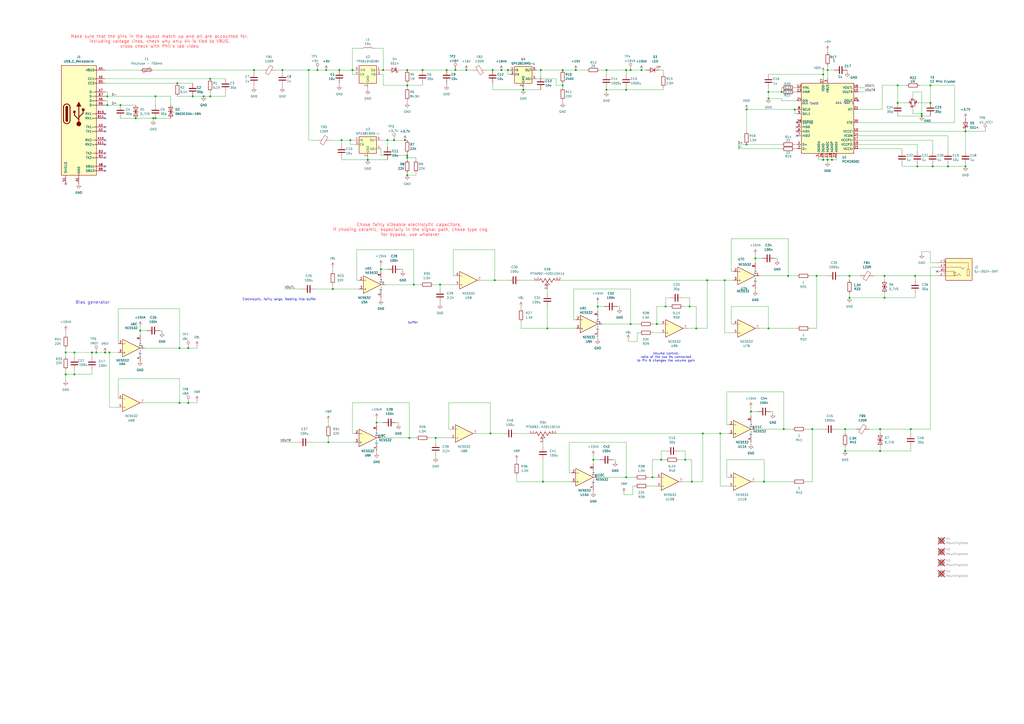
<source format=kicad_sch>
(kicad_sch (version 20250114) (generator "eeschema") (generator_version "9.0")
  (paper "A2")
  (text "Chose fairly sizeable electrolytic capacitors, \nif chosing ceramic, especially in the signal path, chose type cog\nfor bypass, use whatever" (at 237.998 133.35 0) (effects (font (size 1.778 1.778))))
  (text "AKA Test 1\n" (at 489.966 59.944 0) (effects (font (size 1.27 1.27))))
  (text "buffer\n" (at 239.522 187.198 0) (effects (font (size 1.27 1.27))))
  (text "Bias generator \n" (at 54.356 175.514 0) (effects (font (size 1.778 1.778))))
  (text "Electrolytic, fairly large, feeding into buffer\n" (at 162.052 173.736 0) (effects (font (size 1.27 1.27))))
  (text "Make sure that the pins in the layout match up and all are accounted for, \nincluding voltage lines, check why only A4 is tied to VBUS, \ncross check with Phil's lab video \n" (at 93.218 24.13 0) (effects (font (size 1.778 1.778))))
  (text "AKA Test0\n" (at 469.9 60.198 0) (effects (font (size 1.27 1.27))))
  (text "Volume control, \nratio of the two Rs connected \nto Pin 6 changes the volume gain \n" (at 386.842 207.264 0) (effects (font (size 1.27 1.27))))
  (junction (at 204.47 40.64))
  (junction (at 109.22 201.93))
  (junction (at 346.71 177.8))
  (junction (at 445.77 57.15))
  (junction (at 236.22 49.53))
  (junction (at 220.98 156.21))
  (junction (at 245.11 40.64))
  (junction (at 313.69 40.64))
  (junction (at 492.76 160.02))
  (junction (at 38.1 204.47))
  (junction (at 118.11 55.88))
  (junction (at 541.02 96.52))
  (junction (at 240.03 165.1))
  (junction (at 62.23 55.88))
  (junction (at 490.22 248.92))
  (junction (at 90.17 68.58))
  (junction (at 224.79 81.28))
  (junction (at 549.91 96.52))
  (junction (at 189.23 40.64))
  (junction (at 190.5 256.54))
  (junction (at 471.17 248.92))
  (junction (at 184.15 40.64))
  (junction (at 102.87 48.26))
  (junction (at 513.08 160.02))
  (junction (at 445.77 190.5))
  (junction (at 461.01 63.5))
  (junction (at 477.52 43.18))
  (junction (at 520.7 49.53))
  (junction (at 453.39 53.34))
  (junction (at 236.22 91.44))
  (junction (at 397.51 266.7))
  (junction (at 104.14 233.68))
  (junction (at 90.17 55.88))
  (junction (at 290.83 40.64))
  (junction (at 417.83 251.46))
  (junction (at 351.79 52.07))
  (junction (at 111.76 55.88))
  (junction (at 560.07 96.52))
  (junction (at 454.66 248.92))
  (junction (at 222.25 40.64))
  (junction (at 179.07 40.64))
  (junction (at 60.96 204.47))
  (junction (at 196.85 40.64))
  (junction (at 445.77 53.34))
  (junction (at 363.22 40.64))
  (junction (at 435.61 238.76))
  (junction (at 492.76 172.72))
  (junction (at 270.51 40.64))
  (junction (at 400.05 177.8))
  (junction (at 121.92 45.72))
  (junction (at 104.14 201.93))
  (junction (at 520.7 59.69))
  (junction (at 383.54 266.7))
  (junction (at 534.67 66.04))
  (junction (at 228.6 81.28))
  (junction (at 334.01 40.64))
  (junction (at 351.79 40.64))
  (junction (at 237.49 254))
  (junction (at 530.86 160.02))
  (junction (at 147.32 40.64))
  (junction (at 457.2 160.02))
  (junction (at 264.16 40.64))
  (junction (at 287.02 162.56))
  (junction (at 482.6 92.71))
  (junction (at 285.75 40.64))
  (junction (at 534.67 67.31))
  (junction (at 234.95 81.28))
  (junction (at 365.76 40.64))
  (junction (at 477.52 92.71))
  (junction (at 252.73 254))
  (junction (at 410.21 162.56))
  (junction (at 363.22 276.86))
  (junction (at 43.18 204.47))
  (junction (at 326.39 40.64))
  (junction (at 326.39 49.53))
  (junction (at 401.32 279.4))
  (junction (at 433.07 63.5))
  (junction (at 344.17 266.7))
  (junction (at 510.54 248.92))
  (junction (at 203.2 81.28))
  (junction (at 109.22 233.68))
  (junction (at 510.54 261.62))
  (junction (at 473.71 160.02))
  (junction (at 528.32 248.92))
  (junction (at 236.22 101.6))
  (junction (at 372.11 40.64))
  (junction (at 236.22 90.17))
  (junction (at 513.08 172.72))
  (junction (at 53.34 204.47))
  (junction (at 294.64 40.64))
  (junction (at 255.27 165.1))
  (junction (at 433.07 83.82))
  (junction (at 163.83 40.64))
  (junction (at 43.18 217.17))
  (junction (at 443.23 279.4))
  (junction (at 560.07 76.2))
  (junction (at 420.37 162.56))
  (junction (at 480.06 92.71))
  (junction (at 218.44 245.11))
  (junction (at 88.9 68.58))
  (junction (at 365.76 187.96))
  (junction (at 284.48 251.46))
  (junction (at 121.92 55.88))
  (junction (at 539.75 49.53))
  (junction (at 81.28 191.77))
  (junction (at 363.22 52.07))
  (junction (at 438.15 149.86))
  (junction (at 490.22 261.62))
  (junction (at 403.86 190.5))
  (junction (at 62.23 60.96))
  (junction (at 259.08 40.64))
  (junction (at 193.04 167.64))
  (junction (at 532.13 96.52))
  (junction (at 378.46 276.86))
  (junction (at 480.06 40.64))
  (junction (at 407.67 251.46))
  (junction (at 381 187.96))
  (junction (at 539.75 59.69))
  (junction (at 63.5 204.47))
  (junction (at 317.5 190.5))
  (junction (at 314.96 279.4))
  (junction (at 38.1 217.17))
  (junction (at 386.08 177.8))
  (junction (at 198.12 81.28))
  (junction (at 213.36 92.71))
  (junction (at 78.74 68.58))
  (junction (at 303.53 52.07))
  (junction (at 69.85 60.96))
  (junction (at 55.88 204.47))
  (junction (at 236.22 40.64))
  (no_connect (at 60.96 66.04))
  (no_connect (at 60.96 96.52))
  (no_connect (at 462.28 76.2))
  (no_connect (at 38.1 106.68))
  (no_connect (at 60.96 99.06))
  (no_connect (at 60.96 76.2))
  (no_connect (at 60.96 73.66))
  (no_connect (at 60.96 88.9))
  (no_connect (at 60.96 68.58))
  (no_connect (at 60.96 81.28))
  (no_connect (at 462.28 73.66))
  (no_connect (at 462.28 71.12))
  (no_connect (at 543.56 157.48))
  (no_connect (at 60.96 83.82))
  (no_connect (at 497.84 58.42))
  (no_connect (at 462.28 78.74))
  (no_connect (at 60.96 91.44))
  (wire (pts (xy 534.67 146.05) (xy 534.67 147.32)))
  (wire (pts (xy 104.14 179.07) (xy 104.14 201.93)))
  (wire (pts (xy 190.5 243.84) (xy 190.5 246.38)))
  (wire (pts (xy 511.81 49.53) (xy 520.7 49.53)))
  (wire (pts (xy 88.9 40.64) (xy 147.32 40.64)))
  (wire (pts (xy 530.86 160.02) (xy 530.86 162.56)))
  (wire (pts (xy 262.89 160.02) (xy 262.89 144.78)))
  (wire (pts (xy 532.13 59.69) (xy 539.75 59.69)))
  (wire (pts (xy 425.45 187.96) (xy 424.18 187.96)))
  (wire (pts (xy 330.2 256.54) (xy 363.22 256.54)))
  (wire (pts (xy 163.83 40.64) (xy 163.83 41.91)))
  (wire (pts (xy 530.86 170.18) (xy 530.86 172.72)))
  (wire (pts (xy 43.18 204.47) (xy 43.18 207.01)))
  (wire (pts (xy 356.87 266.7) (xy 356.87 267.97)))
  (wire (pts (xy 93.98 193.04) (xy 93.98 191.77)))
  (wire (pts (xy 359.41 177.8) (xy 359.41 179.07)))
  (wire (pts (xy 396.24 279.4) (xy 401.32 279.4)))
  (wire (pts (xy 104.14 233.68) (xy 109.22 233.68)))
  (wire (pts (xy 241.3 101.6) (xy 241.3 100.33)))
  (wire (pts (xy 313.69 52.07) (xy 303.53 52.07)))
  (wire (pts (xy 252.73 254) (xy 261.62 254)))
  (wire (pts (xy 220.98 156.21) (xy 220.98 157.48)))
  (wire (pts (xy 344.17 266.7) (xy 347.98 266.7)))
  (wire (pts (xy 549.91 95.25) (xy 549.91 96.52)))
  (wire (pts (xy 53.34 204.47) (xy 53.34 207.01)))
  (wire (pts (xy 560.07 96.52) (xy 560.07 95.25)))
  (wire (pts (xy 528.32 248.92) (xy 539.75 248.92)))
  (wire (pts (xy 62.23 55.88) (xy 90.17 55.88)))
  (wire (pts (xy 490.22 248.92) (xy 496.57 248.92)))
  (wire (pts (xy 43.18 214.63) (xy 43.18 217.17)))
  (wire (pts (xy 313.69 40.64) (xy 326.39 40.64)))
  (wire (pts (xy 421.64 276.86) (xy 421.64 266.7)))
  (wire (pts (xy 438.15 149.86) (xy 441.96 149.86)))
  (wire (pts (xy 461.01 83.82) (xy 462.28 83.82)))
  (wire (pts (xy 358.14 177.8) (xy 359.41 177.8)))
  (wire (pts (xy 240.03 144.78) (xy 207.01 144.78)))
  (wire (pts (xy 523.24 95.25) (xy 523.24 96.52)))
  (wire (pts (xy 163.83 50.8) (xy 163.83 49.53)))
  (wire (pts (xy 398.78 190.5) (xy 403.86 190.5)))
  (wire (pts (xy 513.08 160.02) (xy 530.86 160.02)))
  (wire (pts (xy 462.28 63.5) (xy 461.01 63.5)))
  (wire (pts (xy 396.24 172.72) (xy 400.05 172.72)))
  (wire (pts (xy 63.5 236.22) (xy 63.5 204.47)))
  (wire (pts (xy 407.67 279.4) (xy 401.32 279.4)))
  (wire (pts (xy 367.03 281.94) (xy 367.03 287.02)))
  (wire (pts (xy 440.69 160.02) (xy 457.2 160.02)))
  (wire (pts (xy 435.61 238.76) (xy 439.42 238.76)))
  (wire (pts (xy 490.22 261.62) (xy 490.22 259.08)))
  (wire (pts (xy 198.12 81.28) (xy 198.12 83.82)))
  (wire (pts (xy 184.15 40.64) (xy 189.23 40.64)))
  (wire (pts (xy 111.76 55.88) (xy 118.11 55.88)))
  (wire (pts (xy 179.07 81.28) (xy 184.15 81.28)))
  (wire (pts (xy 236.22 48.26) (xy 236.22 49.53)))
  (wire (pts (xy 220.98 156.21) (xy 224.79 156.21)))
  (wire (pts (xy 60.96 40.64) (xy 81.28 40.64)))
  (wire (pts (xy 477.52 92.71) (xy 480.06 92.71)))
  (wire (pts (xy 467.36 279.4) (xy 471.17 279.4)))
  (wire (pts (xy 363.22 50.8) (xy 363.22 52.07)))
  (wire (pts (xy 448.31 238.76) (xy 448.31 240.03)))
  (wire (pts (xy 313.69 40.64) (xy 313.69 44.45)))
  (wire (pts (xy 363.22 52.07) (xy 384.81 52.07)))
  (wire (pts (xy 534.67 53.34) (xy 534.67 66.04)))
  (wire (pts (xy 480.06 93.98) (xy 480.06 92.71)))
  (wire (pts (xy 427.99 86.36) (xy 453.39 86.36)))
  (wire (pts (xy 222.25 43.18) (xy 222.25 49.53)))
  (wire (pts (xy 260.35 233.68) (xy 284.48 233.68)))
  (wire (pts (xy 450.85 149.86) (xy 450.85 151.13)))
  (wire (pts (xy 236.22 58.42) (xy 236.22 59.69)))
  (wire (pts (xy 422.91 276.86) (xy 421.64 276.86)))
  (wire (pts (xy 232.41 40.64) (xy 236.22 40.64)))
  (wire (pts (xy 539.75 49.53) (xy 539.75 59.69)))
  (wire (pts (xy 121.92 55.88) (xy 118.11 55.88)))
  (wire (pts (xy 480.06 38.1) (xy 480.06 40.64)))
  (wire (pts (xy 204.47 233.68) (xy 204.47 251.46)))
  (wire (pts (xy 386.08 266.7) (xy 383.54 266.7)))
  (wire (pts (xy 461.01 63.5) (xy 433.07 63.5)))
  (wire (pts (xy 532.13 87.63) (xy 532.13 83.82)))
  (wire (pts (xy 482.6 92.71) (xy 480.06 92.71)))
  (wire (pts (xy 99.06 55.88) (xy 90.17 55.88)))
  (wire (pts (xy 425.45 193.04) (xy 420.37 193.04)))
  (wire (pts (xy 497.84 83.82) (xy 532.13 83.82)))
  (wire (pts (xy 384.81 40.64) (xy 382.27 40.64)))
  (wire (pts (xy 326.39 59.69) (xy 326.39 58.42)))
  (wire (pts (xy 445.77 177.8) (xy 445.77 190.5)))
  (wire (pts (xy 63.5 204.47) (xy 68.58 204.47)))
  (wire (pts (xy 236.22 101.6) (xy 241.3 101.6)))
  (wire (pts (xy 204.47 40.64) (xy 205.74 40.64)))
  (wire (pts (xy 90.17 68.58) (xy 99.06 68.58)))
  (wire (pts (xy 457.2 160.02) (xy 457.2 138.43)))
  (wire (pts (xy 386.08 177.8) (xy 381 177.8)))
  (wire (pts (xy 325.12 162.56) (xy 410.21 162.56)))
  (wire (pts (xy 322.58 49.53) (xy 326.39 49.53)))
  (wire (pts (xy 198.12 92.71) (xy 213.36 92.71)))
  (wire (pts (xy 62.23 53.34) (xy 62.23 55.88)))
  (wire (pts (xy 147.32 41.91) (xy 147.32 40.64)))
  (wire (pts (xy 506.73 160.02) (xy 513.08 160.02)))
  (wire (pts (xy 417.83 251.46) (xy 422.91 251.46)))
  (wire (pts (xy 38.1 214.63) (xy 38.1 217.17)))
  (wire (pts (xy 344.17 264.16) (xy 344.17 266.7)))
  (wire (pts (xy 311.15 45.72) (xy 322.58 45.72)))
  (wire (pts (xy 363.22 256.54) (xy 363.22 276.86)))
  (wire (pts (xy 236.22 91.44) (xy 236.22 92.71)))
  (wire (pts (xy 276.86 251.46) (xy 284.48 251.46)))
  (wire (pts (xy 220.98 153.67) (xy 220.98 156.21)))
  (wire (pts (xy 240.03 165.1) (xy 243.84 165.1)))
  (wire (pts (xy 228.6 81.28) (xy 234.95 81.28)))
  (wire (pts (xy 461.01 50.8) (xy 462.28 50.8)))
  (wire (pts (xy 193.04 167.64) (xy 193.04 165.1)))
  (wire (pts (xy 102.87 48.26) (xy 111.76 48.26)))
  (wire (pts (xy 81.28 191.77) (xy 85.09 191.77)))
  (wire (pts (xy 474.98 91.44) (xy 474.98 92.71)))
  (wire (pts (xy 528.32 248.92) (xy 528.32 251.46)))
  (wire (pts (xy 374.65 40.64) (xy 372.11 40.64)))
  (wire (pts (xy 147.32 40.64) (xy 152.4 40.64)))
  (wire (pts (xy 487.68 160.02) (xy 492.76 160.02)))
  (wire (pts (xy 492.76 172.72) (xy 513.08 172.72)))
  (wire (pts (xy 549.91 87.63) (xy 549.91 78.74)))
  (wire (pts (xy 311.15 40.64) (xy 313.69 40.64)))
  (wire (pts (xy 43.18 204.47) (xy 53.34 204.47)))
  (wire (pts (xy 351.79 52.07) (xy 363.22 52.07)))
  (wire (pts (xy 334.01 185.42) (xy 332.74 185.42)))
  (wire (pts (xy 421.64 266.7) (xy 443.23 266.7)))
  (wire (pts (xy 541.02 87.63) (xy 541.02 81.28)))
  (wire (pts (xy 236.22 49.53) (xy 245.11 49.53)))
  (wire (pts (xy 331.47 274.32) (xy 330.2 274.32)))
  (wire (pts (xy 351.79 52.07) (xy 351.79 50.8)))
  (wire (pts (xy 447.04 238.76) (xy 448.31 238.76)))
  (wire (pts (xy 396.24 177.8) (xy 400.05 177.8)))
  (wire (pts (xy 222.25 40.64) (xy 220.98 40.64)))
  (wire (pts (xy 314.96 279.4) (xy 331.47 279.4)))
  (wire (pts (xy 229.87 245.11) (xy 231.14 245.11)))
  (wire (pts (xy 438.15 248.92) (xy 454.66 248.92)))
  (wire (pts (xy 163.83 40.64) (xy 179.07 40.64)))
  (wire (pts (xy 295.91 43.18) (xy 294.64 43.18)))
  (wire (pts (xy 435.61 257.81) (xy 435.61 256.54)))
  (wire (pts (xy 378.46 276.86) (xy 381 276.86)))
  (wire (pts (xy 445.77 50.8) (xy 445.77 53.34)))
  (wire (pts (xy 279.4 162.56) (xy 287.02 162.56)))
  (wire (pts (xy 386.08 172.72) (xy 386.08 177.8)))
  (wire (pts (xy 285.75 40.64) (xy 290.83 40.64)))
  (wire (pts (xy 302.26 162.56) (xy 309.88 162.56)))
  (wire (pts (xy 445.77 190.5) (xy 462.28 190.5)))
  (wire (pts (xy 462.28 66.04) (xy 461.01 66.04)))
  (wire (pts (xy 445.77 43.18) (xy 477.52 43.18)))
  (wire (pts (xy 62.23 58.42) (xy 62.23 60.96)))
  (wire (pts (xy 453.39 50.8) (xy 453.39 53.34)))
  (wire (pts (xy 330.2 274.32) (xy 330.2 256.54)))
  (wire (pts (xy 440.69 190.5) (xy 445.77 190.5)))
  (wire (pts (xy 560.07 76.2) (xy 571.5 76.2)))
  (wire (pts (xy 553.72 71.12) (xy 553.72 49.53)))
  (wire (pts (xy 299.72 251.46) (xy 307.34 251.46)))
  (wire (pts (xy 179.07 81.28) (xy 179.07 40.64)))
  (wire (pts (xy 121.92 55.88) (xy 130.81 55.88)))
  (wire (pts (xy 533.4 49.53) (xy 539.75 49.53)))
  (wire (pts (xy 534.67 66.04) (xy 529.59 66.04)))
  (wire (pts (xy 224.79 81.28) (xy 228.6 81.28)))
  (wire (pts (xy 204.47 43.18) (xy 204.47 40.64)))
  (wire (pts (xy 165.1 167.64) (xy 175.26 167.64)))
  (wire (pts (xy 427.99 83.82) (xy 433.07 83.82)))
  (wire (pts (xy 196.85 40.64) (xy 204.47 40.64)))
  (wire (pts (xy 236.22 40.64) (xy 245.11 40.64)))
  (wire (pts (xy 90.17 68.58) (xy 88.9 68.58)))
  (wire (pts (xy 102.87 55.88) (xy 111.76 55.88)))
  (wire (pts (xy 53.34 204.47) (xy 55.88 204.47)))
  (wire (pts (xy 438.15 147.32) (xy 438.15 149.86)))
  (wire (pts (xy 510.54 248.92) (xy 528.32 248.92)))
  (wire (pts (xy 492.76 160.02) (xy 492.76 162.56)))
  (wire (pts (xy 420.37 162.56) (xy 420.37 193.04)))
  (wire (pts (xy 121.92 45.72) (xy 130.81 45.72)))
  (wire (pts (xy 83.82 201.93) (xy 104.14 201.93)))
  (wire (pts (xy 351.79 40.64) (xy 351.79 43.18)))
  (wire (pts (xy 207.01 144.78) (xy 207.01 162.56)))
  (wire (pts (xy 438.15 279.4) (xy 443.23 279.4)))
  (wire (pts (xy 443.23 266.7) (xy 443.23 279.4)))
  (wire (pts (xy 477.52 43.18) (xy 477.52 45.72)))
  (wire (pts (xy 363.22 276.86) (xy 368.3 276.86)))
  (wire (pts (xy 433.07 63.5) (xy 433.07 76.2)))
  (wire (pts (xy 513.08 170.18) (xy 513.08 172.72)))
  (wire (pts (xy 525.78 49.53) (xy 520.7 49.53)))
  (wire (pts (xy 294.64 40.64) (xy 295.91 40.64)))
  (wire (pts (xy 220.98 43.18) (xy 222.25 43.18)))
  (wire (pts (xy 114.3 233.68) (xy 114.3 232.41)))
  (wire (pts (xy 529.59 53.34) (xy 529.59 57.15)))
  (wire (pts (xy 539.75 49.53) (xy 553.72 49.53)))
  (wire (pts (xy 53.34 217.17) (xy 43.18 217.17)))
  (wire (pts (xy 485.14 92.71) (xy 482.6 92.71)))
  (wire (pts (xy 322.58 251.46) (xy 407.67 251.46)))
  (wire (pts (xy 369.57 198.12) (xy 364.49 198.12)))
  (wire (pts (xy 457.2 138.43) (xy 424.18 138.43)))
  (wire (pts (xy 438.15 168.91) (xy 438.15 167.64)))
  (wire (pts (xy 520.7 67.31) (xy 534.67 67.31)))
  (wire (pts (xy 445.77 53.34) (xy 453.39 53.34)))
  (wire (pts (xy 218.44 245.11) (xy 222.25 245.11)))
  (wire (pts (xy 205.74 43.18) (xy 204.47 43.18)))
  (wire (pts (xy 381 187.96) (xy 383.54 187.96)))
  (wire (pts (xy 365.76 187.96) (xy 370.84 187.96)))
  (wire (pts (xy 346.71 196.85) (xy 346.71 195.58)))
  (wire (pts (xy 381 177.8) (xy 381 187.96)))
  (wire (pts (xy 314.96 266.7) (xy 314.96 279.4)))
  (wire (pts (xy 241.3 92.71) (xy 241.3 91.44)))
  (wire (pts (xy 467.36 248.92) (xy 471.17 248.92)))
  (wire (pts (xy 218.44 245.11) (xy 218.44 246.38)))
  (wire (pts (xy 60.96 60.96) (xy 62.23 60.96)))
  (wire (pts (xy 332.74 167.64) (xy 365.76 167.64)))
  (wire (pts (xy 453.39 57.15) (xy 445.77 57.15)))
  (wire (pts (xy 237.49 233.68) (xy 204.47 233.68)))
  (wire (pts (xy 262.89 160.02) (xy 264.16 160.02)))
  (wire (pts (xy 435.61 236.22) (xy 435.61 238.76)))
  (wire (pts (xy 213.36 92.71) (xy 213.36 91.44)))
  (wire (pts (xy 386.08 261.62) (xy 383.54 261.62)))
  (wire (pts (xy 410.21 162.56) (xy 420.37 162.56)))
  (wire (pts (xy 60.96 48.26) (xy 102.87 48.26)))
  (wire (pts (xy 510.54 259.08) (xy 510.54 261.62)))
  (wire (pts (xy 60.96 58.42) (xy 62.23 58.42)))
  (wire (pts (xy 303.53 52.07) (xy 303.53 50.8)))
  (wire (pts (xy 497.84 71.12) (xy 553.72 71.12)))
  (wire (pts (xy 60.96 204.47) (xy 63.5 204.47)))
  (wire (pts (xy 224.79 81.28) (xy 224.79 85.09)))
  (wire (pts (xy 259.08 48.26) (xy 259.08 49.53)))
  (wire (pts (xy 314.96 256.54) (xy 314.96 259.08)))
  (wire (pts (xy 218.44 242.57) (xy 218.44 245.11)))
  (wire (pts (xy 233.68 156.21) (xy 233.68 157.48)))
  (wire (pts (xy 68.58 236.22) (xy 63.5 236.22)))
  (wire (pts (xy 473.71 160.02) (xy 473.71 190.5)))
  (wire (pts (xy 497.84 86.36) (xy 523.24 86.36)))
  (wire (pts (xy 474.98 92.71) (xy 477.52 92.71)))
  (wire (pts (xy 480.06 92.71) (xy 480.06 91.44)))
  (wire (pts (xy 473.71 160.02) (xy 480.06 160.02)))
  (wire (pts (xy 424.18 138.43) (xy 424.18 157.48)))
  (wire (pts (xy 383.54 261.62) (xy 383.54 266.7)))
  (wire (pts (xy 523.24 87.63) (xy 523.24 86.36)))
  (wire (pts (xy 236.22 90.17) (xy 236.22 91.44)))
  (wire (pts (xy 332.74 185.42) (xy 332.74 167.64)))
  (wire (pts (xy 260.35 248.92) (xy 261.62 248.92)))
  (wire (pts (xy 420.37 162.56) (xy 425.45 162.56)))
  (wire (pts (xy 285.75 52.07) (xy 303.53 52.07)))
  (wire (pts (xy 453.39 58.42) (xy 453.39 57.15)))
  (wire (pts (xy 68.58 219.71) (xy 104.14 219.71)))
  (wire (pts (xy 203.2 83.82) (xy 203.2 81.28)))
  (wire (pts (xy 223.52 165.1) (xy 240.03 165.1)))
  (wire (pts (xy 198.12 91.44) (xy 198.12 92.71)))
  (wire (pts (xy 69.85 60.96) (xy 78.74 60.96)))
  (wire (pts (xy 322.58 45.72) (xy 322.58 49.53)))
  (wire (pts (xy 68.58 179.07) (xy 68.58 199.39)))
  (wire (pts (xy 492.76 160.02) (xy 499.11 160.02)))
  (wire (pts (xy 69.85 68.58) (xy 78.74 68.58)))
  (wire (pts (xy 299.72 266.7) (xy 299.72 267.97)))
  (wire (pts (xy 480.06 40.64) (xy 483.87 40.64)))
  (wire (pts (xy 38.1 217.17) (xy 38.1 220.98)))
  (wire (pts (xy 365.76 40.64) (xy 372.11 40.64)))
  (wire (pts (xy 236.22 101.6) (xy 236.22 100.33)))
  (wire (pts (xy 520.7 49.53) (xy 520.7 59.69)))
  (wire (pts (xy 317.5 190.5) (xy 334.01 190.5)))
  (wire (pts (xy 355.6 266.7) (xy 356.87 266.7)))
  (wire (pts (xy 302.26 190.5) (xy 317.5 190.5)))
  (wire (pts (xy 421.64 227.33) (xy 421.64 246.38)))
  (wire (pts (xy 351.79 53.34) (xy 351.79 52.07)))
  (wire (pts (xy 232.41 156.21) (xy 233.68 156.21)))
  (wire (pts (xy 403.86 177.8) (xy 403.86 190.5)))
  (wire (pts (xy 53.34 214.63) (xy 53.34 217.17)))
  (wire (pts (xy 81.28 191.77) (xy 81.28 194.31)))
  (wire (pts (xy 104.14 179.07) (xy 68.58 179.07)))
  (wire (pts (xy 346.71 276.86) (xy 363.22 276.86)))
  (wire (pts (xy 513.08 160.02) (xy 513.08 162.56)))
  (wire (pts (xy 252.73 254) (xy 252.73 256.54)))
  (wire (pts (xy 220.98 173.99) (xy 220.98 172.72)))
  (wire (pts (xy 539.75 154.94) (xy 539.75 248.92)))
  (wire (pts (xy 344.17 266.7) (xy 344.17 269.24)))
  (wire (pts (xy 492.76 172.72) (xy 492.76 170.18)))
  (wire (pts (xy 193.04 167.64) (xy 208.28 167.64)))
  (wire (pts (xy 369.57 193.04) (xy 370.84 193.04)))
  (wire (pts (xy 302.26 177.8) (xy 302.26 179.07)))
  (wire (pts (xy 367.03 287.02) (xy 361.95 287.02)))
  (wire (pts (xy 363.22 40.64) (xy 365.76 40.64)))
  (wire (pts (xy 204.47 251.46) (xy 205.74 251.46)))
  (wire (pts (xy 302.26 186.69) (xy 302.26 190.5)))
  (wire (pts (xy 60.96 45.72) (xy 121.92 45.72)))
  (wire (pts (xy 541.02 96.52) (xy 549.91 96.52)))
  (wire (pts (xy 255.27 165.1) (xy 264.16 165.1)))
  (wire (pts (xy 482.6 91.44) (xy 482.6 92.71)))
  (wire (pts (xy 363.22 40.64) (xy 363.22 43.18)))
  (wire (pts (xy 90.17 55.88) (xy 90.17 60.96)))
  (wire (pts (xy 220.98 90.17) (xy 236.22 90.17)))
  (wire (pts (xy 349.25 187.96) (xy 365.76 187.96)))
  (wire (pts (xy 365.76 167.64) (xy 365.76 187.96)))
  (wire (pts (xy 182.88 167.64) (xy 193.04 167.64)))
  (wire (pts (xy 497.84 81.28) (xy 541.02 81.28)))
  (wire (pts (xy 477.52 91.44) (xy 477.52 92.71)))
  (wire (pts (xy 520.7 59.69) (xy 527.05 59.69)))
  (wire (pts (xy 346.71 177.8) (xy 350.52 177.8)))
  (wire (pts (xy 367.03 281.94) (xy 368.3 281.94)))
  (wire (pts (xy 410.21 190.5) (xy 403.86 190.5)))
  (wire (pts (xy 397.51 261.62) (xy 397.51 266.7)))
  (wire (pts (xy 528.32 259.08) (xy 528.32 261.62)))
  (wire (pts (xy 220.98 254) (xy 237.49 254)))
  (wire (pts (xy 231.14 245.11) (xy 231.14 246.38)))
  (wire (pts (xy 378.46 266.7) (xy 378.46 276.86)))
  (wire (pts (xy 104.14 201.93) (xy 109.22 201.93)))
  (wire (pts (xy 485.14 248.92) (xy 490.22 248.92)))
  (wire (pts (xy 88.9 68.58) (xy 88.9 69.85)))
  (wire (pts (xy 234.95 81.28) (xy 236.22 81.28)))
  (wire (pts (xy 251.46 165.1) (xy 255.27 165.1)))
  (wire (pts (xy 388.62 172.72) (xy 386.08 172.72)))
  (wire (pts (xy 530.86 172.72) (xy 513.08 172.72)))
  (wire (pts (xy 471.17 248.92) (xy 471.17 279.4)))
  (wire (pts (xy 388.62 177.8) (xy 386.08 177.8)))
  (wire (pts (xy 43.18 217.17) (xy 38.1 217.17)))
  (wire (pts (xy 378.46 193.04) (xy 383.54 193.04)))
  (wire (pts (xy 497.84 53.34) (xy 501.65 53.34)))
  (wire (pts (xy 205.74 83.82) (xy 203.2 83.82)))
  (wire (pts (xy 344.17 285.75) (xy 344.17 284.48)))
  (wire (pts (xy 255.27 175.26) (xy 255.27 176.53)))
  (wire (pts (xy 424.18 187.96) (xy 424.18 177.8)))
  (wire (pts (xy 393.7 261.62) (xy 397.51 261.62)))
  (wire (pts (xy 421.64 246.38) (xy 422.91 246.38)))
  (wire (pts (xy 393.7 266.7) (xy 397.51 266.7)))
  (wire (pts (xy 255.27 165.1) (xy 255.27 167.64)))
  (wire (pts (xy 469.9 190.5) (xy 473.71 190.5)))
  (wire (pts (xy 121.92 55.88) (xy 121.92 53.34)))
  (wire (pts (xy 241.3 91.44) (xy 236.22 91.44)))
  (wire (pts (xy 461.01 53.34) (xy 462.28 53.34)))
  (wire (pts (xy 471.17 248.92) (xy 477.52 248.92)))
  (wire (pts (xy 213.36 52.07) (xy 213.36 50.8)))
  (wire (pts (xy 351.79 40.64) (xy 363.22 40.64)))
  (wire (pts (xy 99.06 60.96) (xy 99.06 55.88)))
  (wire (pts (xy 68.58 231.14) (xy 68.58 219.71)))
  (wire (pts (xy 530.86 160.02) (xy 543.56 160.02)))
  (wire (pts (xy 60.96 53.34) (xy 62.23 53.34)))
  (wire (pts (xy 179.07 40.64) (xy 184.15 40.64)))
  (wire (pts (xy 81.28 189.23) (xy 81.28 191.77)))
  (wire (pts (xy 346.71 175.26) (xy 346.71 177.8)))
  (wire (pts (xy 38.1 204.47) (xy 38.1 207.01)))
  (wire (pts (xy 497.84 76.2) (xy 560.07 76.2)))
  (wire (pts (xy 510.54 248.92) (xy 510.54 251.46)))
  (wire (pts (xy 213.36 92.71) (xy 224.79 92.71)))
  (wire (pts (xy 400.05 172.72) (xy 400.05 177.8)))
  (wire (pts (xy 83.82 233.68) (xy 104.14 233.68)))
  (wire (pts (xy 433.07 83.82) (xy 453.39 83.82)))
  (wire (pts (xy 485.14 91.44) (xy 485.14 92.71)))
  (wire (pts (xy 449.58 149.86) (xy 450.85 149.86)))
  (wire (pts (xy 264.16 40.64) (xy 270.51 40.64)))
  (wire (pts (xy 236.22 49.53) (xy 236.22 50.8)))
  (wire (pts (xy 407.67 251.46) (xy 407.67 279.4)))
  (wire (pts (xy 424.18 177.8) (xy 445.77 177.8)))
  (wire (pts (xy 190.5 256.54) (xy 190.5 254)))
  (wire (pts (xy 438.15 149.86) (xy 438.15 152.4)))
  (wire (pts (xy 248.92 254) (xy 252.73 254)))
  (wire (pts (xy 539.75 152.4) (xy 539.75 146.05)))
  (wire (pts (xy 78.74 68.58) (xy 88.9 68.58)))
  (wire (pts (xy 384.81 50.8) (xy 384.81 52.07)))
  (wire (pts (xy 190.5 256.54) (xy 205.74 256.54)))
  (wire (pts (xy 114.3 201.93) (xy 114.3 200.66)))
  (wire (pts (xy 260.35 248.92) (xy 260.35 233.68)))
  (wire (pts (xy 237.49 254) (xy 237.49 233.68)))
  (wire (pts (xy 270.51 40.64) (xy 274.32 40.64)))
  (wire (pts (xy 549.91 96.52) (xy 560.07 96.52)))
  (wire (pts (xy 534.67 67.31) (xy 534.67 66.04)))
  (wire (pts (xy 497.84 50.8) (xy 501.65 50.8)))
  (wire (pts (xy 196.85 49.53) (xy 196.85 48.26)))
  (wire (pts (xy 93.98 191.77) (xy 92.71 191.77)))
  (wire (pts (xy 317.5 167.64) (xy 317.5 170.18)))
  (wire (pts (xy 162.56 256.54) (xy 172.72 256.54)))
  (wire (pts (xy 193.04 154.94) (xy 193.04 157.48)))
  (wire (pts (xy 424.18 157.48) (xy 425.45 157.48)))
  (wire (pts (xy 237.49 254) (xy 241.3 254)))
  (wire (pts (xy 326.39 40.64) (xy 334.01 40.64)))
  (wire (pts (xy 180.34 256.54) (xy 190.5 256.54)))
  (wire (pts (xy 130.81 55.88) (xy 130.81 53.34)))
  (wire (pts (xy 397.51 266.7) (xy 401.32 266.7)))
  (wire (pts (xy 285.75 48.26) (xy 285.75 52.07)))
  (wire (pts (xy 383.54 266.7) (xy 378.46 266.7)))
  (wire (pts (xy 407.67 251.46) (xy 417.83 251.46)))
  (wire (pts (xy 334.01 40.64) (xy 340.36 40.64)))
  (wire (pts (xy 347.98 40.64) (xy 351.79 40.64)))
  (wire (pts (xy 62.23 60.96) (xy 69.85 60.96)))
  (wire (pts (xy 287.02 144.78) (xy 287.02 162.56)))
  (wire (pts (xy 534.67 67.31) (xy 539.75 67.31)))
  (wire (pts (xy 104.14 219.71) (xy 104.14 233.68)))
  (wire (pts (xy 290.83 40.64) (xy 294.64 40.64)))
  (wire (pts (xy 198.12 81.28) (xy 203.2 81.28)))
  (wire (pts (xy 410.21 162.56) (xy 410.21 190.5)))
  (wire (pts (xy 38.1 204.47) (xy 43.18 204.47)))
  (wire (pts (xy 490.22 248.92) (xy 490.22 251.46)))
  (wire (pts (xy 55.88 204.47) (xy 60.96 204.47)))
  (wire (pts (xy 361.95 287.02) (xy 361.95 285.75)))
  (wire (pts (xy 326.39 49.53) (xy 326.39 50.8)))
  (wire (pts (xy 236.22 88.9) (xy 236.22 90.17)))
  (wire (pts (xy 491.49 41.91) (xy 491.49 40.64)))
  (wire (pts (xy 203.2 81.28) (xy 205.74 81.28)))
  (wire (pts (xy 252.73 264.16) (xy 252.73 265.43)))
  (wire (pts (xy 400.05 177.8) (xy 403.86 177.8)))
  (wire (pts (xy 346.71 177.8) (xy 346.71 180.34)))
  (wire (pts (xy 364.49 198.12) (xy 364.49 196.85)))
  (wire (pts (xy 326.39 48.26) (xy 326.39 49.53)))
  (wire (pts (xy 294.64 43.18) (xy 294.64 40.64)))
  (wire (pts (xy 461.01 66.04) (xy 461.01 63.5)))
  (wire (pts (xy 369.57 193.04) (xy 369.57 198.12)))
  (wire (pts (xy 523.24 96.52) (xy 532.13 96.52)))
  (wire (pts (xy 375.92 276.86) (xy 378.46 276.86)))
  (wire (pts (xy 284.48 251.46) (xy 292.1 251.46)))
  (wire (pts (xy 511.81 63.5) (xy 497.84 63.5)))
  (wire (pts (xy 477.52 41.91) (xy 477.52 43.18)))
  (wire (pts (xy 560.07 76.2) (xy 560.07 87.63)))
  (wire (pts (xy 191.77 81.28) (xy 198.12 81.28)))
  (wire (pts (xy 461.01 86.36) (xy 462.28 86.36)))
  (wire (pts (xy 435.61 238.76) (xy 435.61 241.3)))
  (wire (pts (xy 287.02 162.56) (xy 294.64 162.56)))
  (wire (pts (xy 375.92 281.94) (xy 381 281.94)))
  (wire (pts (xy 490.22 261.62) (xy 510.54 261.62)))
  (wire (pts (xy 220.98 81.28) (xy 224.79 81.28)))
  (wire (pts (xy 38.1 191.77) (xy 38.1 194.31)))
  (wire (pts (xy 160.02 40.64) (xy 163.83 40.64)))
  (wire (pts (xy 109.22 233.68) (xy 114.3 233.68)))
  (wire (pts (xy 189.23 40.64) (xy 196.85 40.64)))
  (wire (pts (xy 262.89 144.78) (xy 287.02 144.78)))
  (wire (pts (xy 469.9 160.02) (xy 473.71 160.02)))
  (wire (pts (xy 60.96 55.88) (xy 62.23 55.88)))
  (wire (pts (xy 384.81 43.18) (xy 384.81 40.64)))
  (wire (pts (xy 422.91 281.94) (xy 417.83 281.94)))
  (wire (pts (xy 147.32 50.8) (xy 147.32 49.53)))
  (wire (pts (xy 222.25 40.64) (xy 224.79 40.64)))
  (wire (pts (xy 281.94 40.64) (xy 285.75 40.64)))
  (wire (pts (xy 259.08 40.64) (xy 264.16 40.64)))
  (wire (pts (xy 541.02 95.25) (xy 541.02 96.52)))
  (wire (pts (xy 109.22 201.93) (xy 114.3 201.93)))
  (wire (pts (xy 218.44 262.89) (xy 218.44 261.62)))
  (wire (pts (xy 504.19 248.92) (xy 510.54 248.92)))
  (wire (pts (xy 453.39 58.42) (xy 462.28 58.42)))
  (wire (pts (xy 543.56 154.94) (xy 539.75 154.94)))
  (wire (pts (xy 457.2 160.02) (xy 462.28 160.02)))
  (wire (pts (xy 299.72 275.59) (xy 299.72 279.4)))
  (wire (pts (xy 454.66 227.33) (xy 421.64 227.33)))
  (wire (pts (xy 245.11 48.26) (xy 245.11 49.53)))
  (wire (pts (xy 317.5 177.8) (xy 317.5 190.5)))
  (wire (pts (xy 209.55 27.94) (xy 204.47 27.94)))
  (wire (pts (xy 417.83 251.46) (xy 417.83 281.94)))
  (wire (pts (xy 204.47 27.94) (xy 204.47 40.64)))
  (wire (pts (xy 222.25 27.94) (xy 222.25 40.64)))
  (wire (pts (xy 220.98 86.36) (xy 220.98 90.17)))
  (wire (pts (xy 378.46 187.96) (xy 381 187.96)))
  (wire (pts (xy 532.13 96.52) (xy 541.02 96.52)))
  (wire (pts (xy 529.59 53.34) (xy 534.67 53.34)))
  (wire (pts (xy 299.72 279.4) (xy 314.96 279.4)))
  (wire (pts (xy 511.81 49.53) (xy 511.81 63.5)))
  (wire (pts (xy 454.66 248.92) (xy 459.74 248.92)))
  (wire (pts (xy 217.17 27.94) (xy 222.25 27.94)))
  (wire (pts (xy 529.59 62.23) (xy 529.59 66.04)))
  (wire (pts (xy 454.66 248.92) (xy 454.66 227.33)))
  (wire (pts (xy 38.1 201.93) (xy 38.1 204.47)))
  (wire (pts (xy 222.25 49.53) (xy 236.22 49.53)))
  (wire (pts (xy 539.75 146.05) (xy 534.67 146.05)))
  (wire (pts (xy 401.32 266.7) (xy 401.32 279.4)))
  (wire (pts (xy 528.32 261.62) (xy 510.54 261.62)))
  (wire (pts (xy 443.23 279.4) (xy 459.74 279.4)))
  (wire (pts (xy 207.01 162.56) (xy 208.28 162.56)))
  (wire (pts (xy 480.06 30.48) (xy 480.06 29.21)))
  (wire (pts (xy 445.77 53.34) (xy 445.77 57.15)))
  (wire (pts (xy 240.03 165.1) (xy 240.03 144.78)))
  (wire (pts (xy 245.11 40.64) (xy 259.08 40.64)))
  (wire (pts (xy 480.06 40.64) (xy 480.06 45.72)))
  (wire (pts (xy 497.84 78.74) (xy 549.91 78.74)))
  (wire (pts (xy 284.48 233.68) (xy 284.48 251.46)))
  (wire (pts (xy 532.13 95.25) (xy 532.13 96.52)))
  (wire (pts (xy 543.56 152.4) (xy 539.75 152.4)))
  (label "D+" (at 427.99 83.82 0))
  (label "D-" (at 427.99 86.36 0))
  (label "D-" (at 64.77 55.88 0))
  (label "VOUTL" (at 501.65 50.8 0))
  (label "VOUTL" (at 165.1 167.64 0))
  (label "VOUTR" (at 162.56 256.54 0))
  (label "VOUTR" (at 501.65 53.34 0))
  (label "D+" (at 64.77 60.96 0))
  (symbol (lib_id "power:+3.3V") (at 299.72 266.7 0) (unit 1)
    (property "Reference" "#PWR057" (effects (hide yes)))
    (property "Value" "VBR" (at 299.72 261.62 0))
    (property "Description" "Power symbol creates a global label with name \"+3.3V\"" (effects (hide yes)))
  )
  (symbol (lib_id "power:GND") (at 231.14 246.38 0) (unit 1)
    (property "Reference" "#PWR055" (effects (hide yes)))
    (property "Value" "GND" (at 231.14 251.46 0))
    (property "Description" "Power symbol creates a global label with name \"GND\" , ground" (effects (hide yes)))
  )
  (symbol (lib_id "power:+3.3V") (at 270.51 40.64 0) (unit 1)
    (property "Reference" "#PWR014" (effects (hide yes)))
    (property "Value" "+16V" (at 270.51 35.56 0))
    (property "Description" "Power symbol creates a global label with name \"+3.3V\"" (effects (hide yes)))
  )
  (symbol (lib_id "Device:C") (at 314.96 262.89 180) (unit 1)
    (property "Reference" "C41" (at 318.77 261.6199 0) (effects (justify right)))
    (property "Value" "100u" (at 318.77 264.1599 0) (effects (justify right)))
    (property "Footprint" "Capacitor_Tantalum_SMD:CP_EIA-7343-43_Kemet-X_HandSolder" (effects (hide yes)))
    (property "Description" "Unpolarized capacitor" (effects (hide yes)))
    (property "LCSC" "C132558" (effects (hide yes)))
  )
  (symbol (lib_id "power:GND") (at 45.72 106.68 0) (unit 1)
    (property "Reference" "#PWR06" (effects (hide yes)))
    (property "Value" "GND" (at 45.72 111.76 0))
    (property "Description" "Power symbol creates a global label with name \"GND\" , ground" (effects (hide yes)))
  )
  (symbol (lib_id "Amplifier_Operational:NE5532") (at 388.62 279.4 0) (mirror x) (unit 2)
    (property "Reference" "U10" (at 388.62 289.56 0))
    (property "Value" "NE5532" (at 388.62 287.02 0))
    (property "Footprint" "Package_SO:SOIC-8_5.3x5.3mm_P1.27mm" (effects (hide yes)))
    (property "Datasheet" "http://www.ti.com/lit/ds/symlink/ne5532.pdf" (effects (hide yes)))
    (property "Description" "Dual Low-Noise Operational Amplifiers, DIP-8/SOIC-8" (effects (hide yes)))
  )
  (symbol (lib_id "power:GND") (at 491.49 41.91 0) (unit 1)
    (property "Reference" "#PWR026" (effects (hide yes)))
    (property "Value" "GND" (at 495.3 44.958 0))
    (property "Description" "Power symbol creates a global label with name \"GND\" , ground" (effects (hide yes)))
  )
  (symbol (lib_id "Mechanical:MountingHole") (at 546.1 326.39 0) (unit 1) (in_bom no) (dnp yes)
    (property "Reference" "H3" (at 548.64 325.1199 0) (effects (justify left)))
    (property "Value" "MountingHole" (at 548.64 327.6599 0) (effects (justify left)))
    (property "Footprint" "MountingHole:MountingHole_3.5mm" (effects (hide yes)))
    (property "Description" "Mounting Hole without connection" (effects (hide yes)))
  )
  (symbol (lib_id "power:+3.3V") (at 114.3 200.66 0) (unit 1)
    (property "Reference" "#PWR034" (effects (hide yes)))
    (property "Value" "VBL" (at 114.3 195.58 0))
    (property "Description" "Power symbol creates a global label with name \"+3.3V\"" (effects (hide yes)))
  )
  (symbol (lib_id "power:+3.3V") (at 290.83 40.64 0) (mirror y) (unit 1)
    (property "Reference" "#PWR021" (effects (hide yes)))
    (property "Value" "+16VA" (at 290.83 35.56 0))
    (property "Description" "Power symbol creates a global label with name \"+3.3V\"" (effects (hide yes)))
  )
  (symbol (lib_id "power:GND") (at 118.11 55.88 0) (unit 1)
    (property "Reference" "#PWR01" (effects (hide yes)))
    (property "Value" "GND" (at 118.11 60.96 0))
    (property "Description" "Power symbol creates a global label with name \"GND\" , ground" (effects (hide yes)))
  )
  (symbol (lib_id "Device:C") (at 483.87 160.02 90) (unit 1)
    (property "Reference" "C35" (at 483.87 152.4 90))
    (property "Value" "1000u" (at 483.87 154.94 90))
    (property "Footprint" "Capacitor_Tantalum_SMD:CP_EIA-7343-43_Kemet-X_HandSolder" (effects (hide yes)))
    (property "Description" "Unpolarized capacitor" (effects (hide yes)))
    (property "LCSC" "C696799" (effects (hide yes)))
  )
  (symbol (lib_id "Device:C") (at 445.77 46.99 0) (unit 1)
    (property "Reference" "C16" (at 448.31 45.72 0) (effects (justify left)))
    (property "Value" "1u" (at 448.31 48.26 0) (effects (justify left)))
    (property "Footprint" "Capacitor_SMD:C_0603_1608Metric_Pad1.08x0.95mm_HandSolder" (effects (hide yes)))
    (property "Description" "Unpolarized capacitor" (effects (hide yes)))
    (property "LCSC" "C1592" (effects (hide yes)))
  )
  (symbol (lib_id "power:GND") (at 490.22 261.62 0) (unit 1)
    (property "Reference" "#PWR065" (effects (hide yes)))
    (property "Value" "GND" (at 490.22 266.7 0))
    (property "Description" "Power symbol creates a global label with name \"GND\" , ground" (effects (hide yes)))
  )
  (symbol (lib_id "Device:FerriteBead") (at 278.13 40.64 270) (mirror x) (unit 1)
    (property "Reference" "FB2" (at 278.1808 33.02 90))
    (property "Value" "120R" (at 278.1808 35.56 90))
    (property "Footprint" "Resistor_SMD:R_0603_1608Metric_Pad0.98x0.95mm_HandSolder" (effects (hide yes)))
    (property "Description" "Ferrite bead" (effects (hide yes)))
  )
  (symbol (lib_id "Amplifier_Operational:NE5532") (at 339.09 276.86 0) (mirror x) (unit 1)
    (property "Reference" "U10" (at 339.09 287.02 0))
    (property "Value" "NE5532" (at 339.09 284.48 0))
    (property "Footprint" "Package_SO:SOIC-8_5.3x5.3mm_P1.27mm" (effects (hide yes)))
    (property "Datasheet" "http://www.ti.com/lit/ds/symlink/ne5532.pdf" (effects (hide yes)))
    (property "Description" "Dual Low-Noise Operational Amplifiers, DIP-8/SOIC-8" (effects (hide yes)))
  )
  (symbol (lib_id "Amplifier_Operational:NE5532") (at 349.25 187.96 0) (unit 3)
    (property "Reference" "U9" (at 336.296 178.816 0) (effects (justify left)))
    (property "Value" "NE5532" (at 336.296 181.356 0) (effects (justify left)))
    (property "Footprint" "Package_SO:SOIC-8_5.3x5.3mm_P1.27mm" (effects (hide yes)))
    (property "Datasheet" "http://www.ti.com/lit/ds/symlink/ne5532.pdf" (effects (hide yes)))
    (property "Description" "Dual Low-Noise Operational Amplifiers, DIP-8/SOIC-8" (effects (hide yes)))
  )
  (symbol (lib_id "Device:C") (at 228.6 156.21 90) (unit 1)
    (property "Reference" "C28" (at 228.6 148.59 90))
    (property "Value" "100n" (at 228.6 151.13 90))
    (property "Footprint" "Capacitor_SMD:C_0603_1608Metric_Pad1.08x0.95mm_HandSolder" (effects (hide yes)))
    (property "Description" "Unpolarized capacitor" (effects (hide yes)))
    (property "LCSC" "C1590" (effects (hide yes)))
  )
  (symbol (lib_id "Device:R") (at 433.07 80.01 0) (unit 1)
    (property "Reference" "R16" (at 434.594 78.74 0) (effects (justify left)))
    (property "Value" "1.5K" (at 434.594 81.28 0) (effects (justify left)))
    (property "Footprint" "Resistor_SMD:R_0603_1608Metric_Pad0.98x0.95mm_HandSolder" (effects (hide yes)))
    (property "Description" "Resistor" (effects (hide yes)))
  )
  (symbol (lib_id "power:GND") (at 359.41 179.07 0) (unit 1)
    (property "Reference" "#PWR045" (effects (hide yes)))
    (property "Value" "GND" (at 359.41 184.15 0))
    (property "Description" "Power symbol creates a global label with name \"GND\" , ground" (effects (hide yes)))
  )
  (symbol (lib_id "Device:C") (at 389.89 261.62 90) (unit 1)
    (property "Reference" "C43" (at 389.89 254 90))
    (property "Value" "30p" (at 389.89 256.54 90))
    (property "Footprint" "Capacitor_SMD:C_0603_1608Metric_Pad1.08x0.95mm_HandSolder" (effects (hide yes)))
    (property "Description" "Unpolarized capacitor" (effects (hide yes)))
    (property "LCSC" " C1658" (effects (hide yes)))
  )
  (symbol (lib_id "Device:R") (at 247.65 165.1 90) (unit 1)
    (property "Reference" "R35" (at 247.65 158.75 90))
    (property "Value" "1.5K" (at 247.65 161.29 90))
    (property "Footprint" "Resistor_SMD:R_0603_1608Metric_Pad0.98x0.95mm_HandSolder" (effects (hide yes)))
    (property "Description" "Resistor" (effects (hide yes)))
  )
  (symbol (lib_id "Device:R") (at 374.65 193.04 270) (mirror x) (unit 1)
    (property "Reference" "R29" (at 374.65 199.39 90))
    (property "Value" "22K" (at 374.65 196.85 90))
    (property "Footprint" "Resistor_SMD:R_0603_1608Metric_Pad0.98x0.95mm_HandSolder" (effects (hide yes)))
    (property "Description" "Resistor" (effects (hide yes)))
  )
  (symbol (lib_id "Device:R") (at 463.55 248.92 270) (mirror x) (unit 1)
    (property "Reference" "R41" (at 463.55 255.27 90))
    (property "Value" "1" (at 463.55 252.73 90))
    (property "Footprint" "Resistor_SMD:R_0603_1608Metric_Pad0.98x0.95mm_HandSolder" (effects (hide yes)))
    (property "Description" "Resistor" (effects (hide yes)))
  )
  (symbol (lib_id "power:GND") (at 492.76 172.72 0) (unit 1)
    (property "Reference" "#PWR051" (effects (hide yes)))
    (property "Value" "GND" (at 492.76 177.8 0))
    (property "Description" "Power symbol creates a global label with name \"GND\" , ground" (effects (hide yes)))
  )
  (symbol (lib_id "Connector:TestPoint") (at 109.22 201.93 0) (unit 1)
    (property "Reference" "TP7" (at 105.664 194.056 0) (effects (justify left)))
    (property "Value" "VBL" (at 105.664 196.596 0) (effects (justify left)))
    (property "Footprint" "TestPoint:TestPoint_Pad_1.0x1.0mm" (effects (hide yes)))
    (property "Description" "test point" (effects (hide yes)))
  )
  (symbol (lib_id "power:+3.3V") (at 364.49 196.85 0) (unit 1)
    (property "Reference" "#PWR047" (effects (hide yes)))
    (property "Value" "VBL" (at 364.49 192.786 0))
    (property "Description" "Power symbol creates a global label with name \"+3.3V\"" (effects (hide yes)))
  )
  (symbol (lib_id "Connector:USB_C_Receptacle") (at 45.72 66.04 0) (unit 1)
    (property "Reference" "J1" (at 45.72 33.02 0))
    (property "Value" "USB_C_Receptacle" (at 45.72 35.56 0))
    (property "Footprint" "Connector_USB:USB_C_Receptacle_GCT_USB4105-xx-A_16P_TopMnt_Horizontal" (effects (hide yes)))
    (property "Datasheet" "https://www.usb.org/sites/default/files/documents/usb_type-c.zip" (effects (hide yes)))
    (property "Description" "USB Full-Featured Type-C Receptacle connector" (effects (hide yes)))
  )
  (symbol (lib_id "Device:D_TVS") (at 99.06 64.77 90) (unit 1)
    (property "Reference" "D2" (at 101.6 63.4999 90) (effects (justify right)))
    (property "Value" "0603ESDA-18N" (at 101.6 66.0399 90) (effects (justify right)))
    (property "Footprint" "Diode_SMD:D_0603_1608Metric_Pad1.05x0.95mm_HandSolder" (effects (hide yes)))
    (property "Description" "Bidirectional transient-voltage-suppression diode" (effects (hide yes)))
  )
  (symbol (lib_id "Amplifier_Operational:NE5532") (at 271.78 162.56 0) (mirror x) (unit 2)
    (property "Reference" "U5" (at 271.78 172.72 0))
    (property "Value" "NE5532" (at 271.78 170.18 0))
    (property "Footprint" "Package_SO:SOIC-8_5.3x5.3mm_P1.27mm" (effects (hide yes)))
    (property "Datasheet" "http://www.ti.com/lit/ds/symlink/ne5532.pdf" (effects (hide yes)))
    (property "Description" "Dual Low-Noise Operational Amplifiers, DIP-8/SOIC-8" (effects (hide yes)))
  )
  (symbol (lib_id "power:GND") (at 534.67 67.31 0) (unit 1)
    (property "Reference" "#PWR029" (effects (hide yes)))
    (property "Value" "GND" (at 537.972 70.104 0))
    (property "Description" "Power symbol creates a global label with name \"GND\" , ground" (effects (hide yes)))
  )
  (symbol (lib_id "Amplifier_Operational:NE5532") (at 391.16 190.5 0) (mirror x) (unit 2)
    (property "Reference" "U9" (at 391.16 200.66 0))
    (property "Value" "NE5532" (at 391.16 198.12 0))
    (property "Footprint" "Package_SO:SOIC-8_5.3x5.3mm_P1.27mm" (effects (hide yes)))
    (property "Datasheet" "http://www.ti.com/lit/ds/symlink/ne5532.pdf" (effects (hide yes)))
    (property "Description" "Dual Low-Noise Operational Amplifiers, DIP-8/SOIC-8" (effects (hide yes)))
  )
  (symbol (lib_id "power:GND") (at 213.36 52.07 0) (unit 1)
    (property "Reference" "#PWR08" (effects (hide yes)))
    (property "Value" "GND" (at 213.36 57.15 0))
    (property "Description" "Power symbol creates a global label with name \"GND\" , ground" (effects (hide yes)))
  )
  (symbol (lib_id "Device:C") (at 530.86 166.37 180) (unit 1)
    (property "Reference" "C36" (at 534.67 165.0999 0) (effects (justify right)))
    (property "Value" "30p" (at 534.67 167.6399 0) (effects (justify right)))
    (property "Footprint" "Capacitor_SMD:C_0603_1608Metric_Pad1.08x0.95mm_HandSolder" (effects (hide yes)))
    (property "Description" "Unpolarized capacitor" (effects (hide yes)))
    (property "LCSC" " C1658" (effects (hide yes)))
  )
  (symbol (lib_id "Connector:TestPoint") (at 109.22 233.68 0) (unit 1)
    (property "Reference" "TP8" (at 105.664 225.806 0) (effects (justify left)))
    (property "Value" "VBR" (at 105.664 228.346 0) (effects (justify left)))
    (property "Footprint" "TestPoint:TestPoint_Pad_1.0x1.0mm" (effects (hide yes)))
    (property "Description" "test point" (effects (hide yes)))
  )
  (symbol (lib_id "Device:R") (at 190.5 250.19 0) (unit 1)
    (property "Reference" "R34" (at 193.04 248.9199 0) (effects (justify left)))
    (property "Value" "22K" (at 193.04 251.4599 0) (effects (justify left)))
    (property "Footprint" "Resistor_SMD:R_0603_1608Metric_Pad0.98x0.95mm_HandSolder" (effects (hide yes)))
    (property "Description" "Resistor" (effects (hide yes)))
  )
  (symbol (lib_id "Device:R") (at 193.04 161.29 0) (unit 1)
    (property "Reference" "R23" (at 195.58 160.0199 0) (effects (justify left)))
    (property "Value" "22K" (at 195.58 162.5599 0) (effects (justify left)))
    (property "Footprint" "Resistor_SMD:R_0603_1608Metric_Pad0.98x0.95mm_HandSolder" (effects (hide yes)))
    (property "Description" "Resistor" (effects (hide yes)))
  )
  (symbol (lib_id "power:+3.3V") (at 114.3 232.41 0) (unit 1)
    (property "Reference" "#PWR037" (effects (hide yes)))
    (property "Value" "VBR" (at 114.3 227.33 0))
    (property "Description" "Power symbol creates a global label with name \"+3.3V\"" (effects (hide yes)))
  )
  (symbol (lib_id "Regulator_Linear:SPX3819M5-L") (at 213.36 83.82 0) (unit 1)
    (property "Reference" "U3" (at 213.36 74.93 0))
    (property "Value" "SPX3819M5-L" (at 213.36 77.47 0))
    (property "Footprint" "Package_TO_SOT_SMD:SOT-23-5" (effects (hide yes)))
    (property "Datasheet" "https://www.exar.com/content/document.ashx?id=22106&languageid=1033&type=Datasheet&partnumber=SPX3819&filename=SPX3819.pdf&part=SPX3819" (effects (hide yes)))
    (property "Description" "500mA Low drop-out regulator, Adjustable, SOT-23-5" (effects (hide yes)))
  )
  (symbol (lib_id "power:GND") (at 163.83 50.8 0) (unit 1)
    (property "Reference" "#PWR05" (effects (hide yes)))
    (property "Value" "GND" (at 163.83 55.88 0))
    (property "Description" "Power symbol creates a global label with name \"GND\" , ground" (effects (hide yes)))
  )
  (symbol (lib_id "Device:C") (at 354.33 177.8 90) (unit 1)
    (property "Reference" "C32" (at 354.33 170.18 90))
    (property "Value" "100n" (at 354.33 172.72 90))
    (property "Footprint" "Capacitor_SMD:C_0603_1608Metric_Pad1.08x0.95mm_HandSolder" (effects (hide yes)))
    (property "Description" "Unpolarized capacitor" (effects (hide yes)))
    (property "LCSC" "C1590" (effects (hide yes)))
  )
  (symbol (lib_id "Regulator_Linear:SPX3819M5-L") (at 303.53 43.18 0) (unit 1)
    (property "Reference" "U4" (at 303.53 34.29 0))
    (property "Value" "SPX3819M5-L" (at 303.53 36.83 0))
    (property "Footprint" "Package_TO_SOT_SMD:SOT-23-5" (effects (hide yes)))
    (property "Datasheet" "https://www.exar.com/content/document.ashx?id=22106&languageid=1033&type=Datasheet&partnumber=SPX3819&filename=SPX3819.pdf&part=SPX3819" (effects (hide yes)))
    (property "Description" "500mA Low drop-out regulator, Adjustable, SOT-23-5" (effects (hide yes)))
  )
  (symbol (lib_id "Device:R") (at 466.09 160.02 90) (unit 1)
    (property "Reference" "R31" (at 466.09 166.37 90))
    (property "Value" "1" (at 466.09 163.83 90))
    (property "Footprint" "Resistor_SMD:R_0603_1608Metric_Pad0.98x0.95mm_HandSolder" (effects (hide yes)))
    (property "Description" "Resistor" (effects (hide yes)))
  )
  (symbol (lib_id "Device:FerriteBead") (at 187.96 81.28 90) (unit 1)
    (property "Reference" "FB3" (at 187.9092 73.66 90))
    (property "Value" "120R" (at 187.9092 76.2 90))
    (property "Footprint" "Resistor_SMD:R_0603_1608Metric_Pad0.98x0.95mm_HandSolder" (effects (hide yes)))
    (property "Description" "Ferrite bead" (effects (hide yes)))
  )
  (symbol (lib_id "Device:R") (at 374.65 187.96 270) (unit 1)
    (property "Reference" "R28" (at 374.65 181.61 90))
    (property "Value" "1.5K" (at 374.65 184.15 90))
    (property "Footprint" "Resistor_SMD:R_0603_1608Metric_Pad0.98x0.95mm_HandSolder" (effects (hide yes)))
    (property "Description" "Resistor" (effects (hide yes)))
  )
  (symbol (lib_id "power:GND") (at 346.71 196.85 0) (unit 1)
    (property "Reference" "#PWR046" (effects (hide yes)))
    (property "Value" "GND" (at 346.71 201.93 0))
    (property "Description" "Power symbol creates a global label with name \"GND\" , ground" (effects (hide yes)))
  )
  (symbol (lib_id "Device:FerriteBead") (at 502.92 160.02 90) (unit 1)
    (property "Reference" "FB4" (at 502.8692 152.4 90))
    (property "Value" "120R" (at 502.8692 154.94 90))
    (property "Footprint" "Resistor_SMD:R_0603_1608Metric_Pad0.98x0.95mm_HandSolder" (effects (hide yes)))
    (property "Description" "Ferrite bead" (effects (hide yes)))
  )
  (symbol (lib_id "power:GND") (at 255.27 176.53 0) (unit 1)
    (property "Reference" "#PWR042" (effects (hide yes)))
    (property "Value" "GND" (at 255.27 181.61 0))
    (property "Description" "Power symbol creates a global label with name \"GND\" , ground" (effects (hide yes)))
  )
  (symbol (lib_id "Device:C") (at 196.85 44.45 0) (mirror y) (unit 1)
    (property "Reference" "C1" (at 194.31 43.18 0) (effects (justify left)))
    (property "Value" "10u" (at 194.31 45.72 0) (effects (justify left)))
    (property "Footprint" "Capacitor_SMD:C_0603_1608Metric_Pad1.08x0.95mm_HandSolder" (effects (hide yes)))
    (property "Description" "Unpolarized capacitor" (effects (hide yes)))
    (property "LCSC" "C1035" (effects (hide yes)))
  )
  (symbol (lib_id "Connector:TestPoint") (at 228.6 81.28 0) (unit 1)
    (property "Reference" "TP3" (at 225.044 73.406 0) (effects (justify left)))
    (property "Value" "+3.7V" (at 225.044 75.946 0) (effects (justify left)))
    (property "Footprint" "TestPoint:TestPoint_Pad_1.0x1.0mm" (effects (hide yes)))
    (property "Description" "test point" (effects (hide yes)))
  )
  (symbol (lib_id "power:GND") (at 534.67 147.32 0) (unit 1)
    (property "Reference" "#PWR066" (effects (hide yes)))
    (property "Value" "GND" (at 534.67 152.4 0))
    (property "Description" "Power symbol creates a global label with name \"GND\" , ground" (effects (hide yes)))
  )
  (symbol (lib_id "Device:R") (at 457.2 50.8 90) (unit 1)
    (property "Reference" "R20" (at 458.724 48.768 90) (effects (justify left)))
    (property "Value" "5.1K" (at 459.486 50.8 90) (effects (justify left)))
    (property "Footprint" "Resistor_SMD:R_0603_1608Metric_Pad0.98x0.95mm_HandSolder" (effects (hide yes)))
    (property "Description" "Resistor" (effects (hide yes)))
  )
  (symbol (lib_id "Device:D_TVS") (at 78.74 64.77 90) (unit 1)
    (property "Reference" "D1" (at 81.28 63.4999 90) (effects (justify right)))
    (property "Value" "D_TVS" (at 81.28 66.0399 90) (effects (justify right)))
    (property "Footprint" "Diode_SMD:D_0603_1608Metric_Pad1.05x0.95mm_HandSolder" (effects (hide yes)))
    (property "Description" "Bidirectional transient-voltage-suppression diode" (effects (hide yes)))
  )
  (symbol (lib_id "Amplifier_Operational:NE5532") (at 83.82 201.93 0) (unit 3)
    (property "Reference" "U6" (at 75.692 187.96 0) (effects (justify left)))
    (property "Value" "NE5532" (at 72.39 190.246 0) (effects (justify left)))
    (property "Footprint" "Package_SO:SOIC-8_5.3x5.3mm_P1.27mm" (effects (hide yes)))
    (property "Datasheet" "http://www.ti.com/lit/ds/symlink/ne5532.pdf" (effects (hide yes)))
    (property "Description" "Dual Low-Noise Operational Amplifiers, DIP-8/SOIC-8" (effects (hide yes)))
  )
  (symbol (lib_id "Amplifier_Operational:NE5532") (at 433.07 160.02 0) (mirror x) (unit 1)
    (property "Reference" "U7" (at 431.546 167.386 0))
    (property "Value" "NE5532" (at 432.054 153.416 0))
    (property "Footprint" "Package_SO:SOIC-8_5.3x5.3mm_P1.27mm" (effects (hide yes)))
    (property "Datasheet" "http://www.ti.com/lit/ds/symlink/ne5532.pdf" (effects (hide yes)))
    (property "Description" "Dual Low-Noise Operational Amplifiers, DIP-8/SOIC-8" (effects (hide yes)))
  )
  (symbol (lib_id "power:GND") (at 438.15 168.91 0) (unit 1)
    (property "Reference" "#PWR050" (effects (hide yes)))
    (property "Value" "GND" (at 438.15 173.99 0))
    (property "Description" "Power symbol creates a global label with name \"GND\" , ground" (effects (hide yes)))
  )
  (symbol (lib_id "power:+3.3V") (at 560.07 68.58 0) (unit 1)
    (property "Reference" "#PWR027" (effects (hide yes)))
    (property "Value" "+3.7V" (at 560.07 63.5 0))
    (property "Description" "Power symbol creates a global label with name \"+3.3V\"" (effects (hide yes)))
  )
  (symbol (lib_id "Device:C") (at 560.07 91.44 0) (unit 1)
    (property "Reference" "C18" (at 562.61 90.17 0) (effects (justify left)))
    (property "Value" "1u" (at 562.61 92.71 0) (effects (justify left)))
    (property "Footprint" "Capacitor_SMD:C_0603_1608Metric_Pad1.08x0.95mm_HandSolder" (effects (hide yes)))
    (property "Description" "Unpolarized capacitor" (effects (hide yes)))
    (property "LCSC" "C1592" (effects (hide yes)))
  )
  (symbol (lib_id "Device:R") (at 38.1 210.82 0) (unit 1)
    (property "Reference" "R25" (at 32.258 208.28 0) (effects (justify left)))
    (property "Value" "22K" (at 32.258 210.566 0) (effects (justify left)))
    (property "Footprint" "Resistor_SMD:R_0603_1608Metric_Pad0.98x0.95mm_HandSolder" (effects (hide yes)))
    (property "Description" "Resistor" (effects (hide yes)))
  )
  (symbol (lib_id "Device:C") (at 317.5 173.99 0) (mirror x) (unit 1)
    (property "Reference" "C31" (at 313.69 172.7199 0) (effects (justify right)))
    (property "Value" "100u" (at 313.69 175.2599 0) (effects (justify right)))
    (property "Footprint" "Capacitor_Tantalum_SMD:CP_EIA-7343-43_Kemet-X_HandSolder" (effects (hide yes)))
    (property "Description" "Unpolarized capacitor" (effects (hide yes)))
    (property "LCSC" "C132558" (effects (hide yes)))
  )
  (symbol (lib_id "Device:C") (at 198.12 87.63 0) (unit 1)
    (property "Reference" "C10" (at 200.66 86.36 0) (effects (justify left)))
    (property "Value" "10u" (at 200.66 88.9 0) (effects (justify left)))
    (property "Footprint" "Capacitor_SMD:C_0603_1608Metric_Pad1.08x0.95mm_HandSolder" (effects (hide yes)))
    (property "Description" "Unpolarized capacitor" (effects (hide yes)))
    (property "LCSC" "C1035" (effects (hide yes)))
  )
  (symbol (lib_id "Device:R") (at 102.87 52.07 0) (unit 1)
    (property "Reference" "R2" (at 104.394 50.8 0) (effects (justify left)))
    (property "Value" "5.1K" (at 104.394 53.34 0) (effects (justify left)))
    (property "Footprint" "Resistor_SMD:R_0603_1608Metric_Pad0.98x0.95mm_HandSolder" (effects (hide yes)))
    (property "Description" "Resistor" (effects (hide yes)))
  )
  (symbol (lib_id "power:+3.3V") (at 189.23 40.64 0) (unit 1)
    (property "Reference" "#PWR013" (effects (hide yes)))
    (property "Value" "+5V" (at 189.23 35.56 0))
    (property "Description" "Power symbol creates a global label with name \"+3.3V\"" (effects (hide yes)))
  )
  (symbol (lib_id "Connector:TestPoint") (at 55.88 204.47 0) (unit 1)
    (property "Reference" "TP5" (at 52.324 196.596 0) (effects (justify left)))
    (property "Value" "VREF" (at 52.324 199.136 0) (effects (justify left)))
    (property "Footprint" "TestPoint:TestPoint_Pad_1.0x1.0mm" (effects (hide yes)))
    (property "Description" "test point" (effects (hide yes)))
  )
  (symbol (lib_id "Amplifier_Operational:NE5532") (at 433.07 190.5 0) (mirror x) (unit 2)
    (property "Reference" "U7" (at 433.07 200.66 0))
    (property "Value" "NE5532" (at 433.07 198.12 0))
    (property "Footprint" "Package_SO:SOIC-8_5.3x5.3mm_P1.27mm" (effects (hide yes)))
    (property "Datasheet" "http://www.ti.com/lit/ds/symlink/ne5532.pdf" (effects (hide yes)))
    (property "Description" "Dual Low-Noise Operational Amplifiers, DIP-8/SOIC-8" (effects (hide yes)))
  )
  (symbol (lib_id "Audio:PCM2902") (at 480.06 68.58 0) (unit 1)
    (property "Reference" "U1" (at 488.442 91.186 0) (effects (justify left)))
    (property "Value" "PCM2900C" (at 488.442 93.726 0) (effects (justify left)))
    (property "Footprint" "Package_SO:SSOP-28_5.3x10.2mm_P0.65mm" (effects (hide yes)))
    (property "Datasheet" "http://www.ti.com/lit/ds/symlink/pcm2902c.pdf" (effects (hide yes)))
    (property "Description" "Stereo Audio Codec with USB interface, Analog Input/Output, and S/PDIF, SSOP-28" (effects (hide yes)))
  )
  (symbol (lib_id "Device:R") (at 392.43 177.8 270) (mirror x) (unit 1)
    (property "Reference" "R30" (at 392.43 184.15 90))
    (property "Value" "5.1K" (at 392.43 181.61 90))
    (property "Footprint" "Resistor_SMD:R_0603_1608Metric_Pad0.98x0.95mm_HandSolder" (effects (hide yes)))
    (property "Description" "Resistor" (effects (hide yes)))
  )
  (symbol (lib_id "Device:R") (at 236.22 44.45 0) (unit 1)
    (property "Reference" "R5" (at 237.744 43.18 0) (effects (justify left)))
    (property "Value" "1M" (at 237.744 45.72 0) (effects (justify left)))
    (property "Footprint" "Resistor_SMD:R_0603_1608Metric_Pad0.98x0.95mm_HandSolder" (effects (hide yes)))
    (property "Description" "Resistor" (effects (hide yes)))
  )
  (symbol (lib_id "Mechanical:MountingHole") (at 546.1 332.74 0) (unit 1) (in_bom no) (dnp yes)
    (property "Reference" "H4" (at 548.64 331.4699 0) (effects (justify left)))
    (property "Value" "MountingHole" (at 548.64 334.0099 0) (effects (justify left)))
    (property "Footprint" "MountingHole:MountingHole_3.5mm" (effects (hide yes)))
    (property "Description" "Mounting Hole without connection" (effects (hide yes)))
  )
  (symbol (lib_id "Device:LED") (at 378.46 40.64 180) (unit 1)
    (property "Reference" "D3" (at 380.0475 33.02 0))
    (property "Value" "LED" (at 380.0475 35.56 0))
    (property "Footprint" "LED_SMD:LED_0603_1608Metric_Pad1.05x0.95mm_HandSolder" (effects (hide yes)))
    (property "Description" "Light emitting diode" (effects (hide yes)))
    (property "Sim.Pins" "1=K 2=A" (effects (hide yes)))
  )
  (symbol (lib_id "Device:L") (at 213.36 27.94 90) (unit 1)
    (property "Reference" "L1" (at 213.36 22.86 90))
    (property "Value" "10u" (at 213.36 25.4 90))
    (property "Footprint" "Inductor_SMD:L_0805_2012Metric_Pad1.05x1.20mm_HandSolder" (effects (hide yes)))
    (property "Description" "Inductor" (effects (hide yes)))
  )
  (symbol (lib_id "power:+3.3V") (at 193.04 154.94 0) (unit 1)
    (property "Reference" "#PWR038" (effects (hide yes)))
    (property "Value" "VBL" (at 193.04 149.86 0))
    (property "Description" "Power symbol creates a global label with name \"+3.3V\"" (effects (hide yes)))
  )
  (symbol (lib_id "power:+3.3V") (at 435.61 236.22 0) (unit 1)
    (property "Reference" "#PWR062" (effects (hide yes)))
    (property "Value" "+15VA" (at 435.61 231.14 0))
    (property "Description" "Power symbol creates a global label with name \"+3.3V\"" (effects (hide yes)))
  )
  (symbol (lib_id "Amplifier_Operational:NE5532") (at 223.52 165.1 0) (unit 3)
    (property "Reference" "U5" (at 211.836 155.702 0) (effects (justify left)))
    (property "Value" "NE5532" (at 211.836 158.242 0) (effects (justify left)))
    (property "Footprint" "Package_SO:SOIC-8_5.3x5.3mm_P1.27mm" (effects (hide yes)))
    (property "Datasheet" "http://www.ti.com/lit/ds/symlink/ne5532.pdf" (effects (hide yes)))
    (property "Description" "Dual Low-Noise Operational Amplifiers, DIP-8/SOIC-8" (effects (hide yes)))
  )
  (symbol (lib_id "Device:C") (at 179.07 167.64 90) (unit 1)
    (property "Reference" "C25" (at 179.07 160.02 90))
    (property "Value" "100u" (at 179.07 162.56 90))
    (property "Footprint" "Capacitor_Tantalum_SMD:CP_EIA-7343-43_Kemet-X_HandSolder" (effects (hide yes)))
    (property "Description" "Unpolarized capacitor" (effects (hide yes)))
    (property "LCSC" "C132558" (effects (hide yes)))
  )
  (symbol (lib_id "Device:C") (at 147.32 45.72 0) (mirror y) (unit 1)
    (property "Reference" "C7" (at 144.78 44.45 0) (effects (justify left)))
    (property "Value" "1u" (at 144.78 46.99 0) (effects (justify left)))
    (property "Footprint" "Capacitor_SMD:C_0603_1608Metric_Pad1.08x0.95mm_HandSolder" (effects (hide yes)))
    (property "Description" "Unpolarized capacitor" (effects (hide yes)))
    (property "LCSC" "C1592" (effects (hide yes)))
  )
  (symbol (lib_id "Amplifier_Operational:NE5532") (at 438.15 248.92 0) (unit 3)
    (property "Reference" "U11" (at 436.88 247.6499 0) (effects (justify left)))
    (property "Value" "NE5532" (at 436.88 250.1899 0) (effects (justify left)))
    (property "Footprint" "Package_SO:SOIC-8_5.3x5.3mm_P1.27mm" (effects (hide yes)))
    (property "Datasheet" "http://www.ti.com/lit/ds/symlink/ne5532.pdf" (effects (hide yes)))
    (property "Description" "Dual Low-Noise Operational Amplifiers, DIP-8/SOIC-8" (effects (hide yes)))
  )
  (symbol (lib_id "Device:C") (at 226.06 245.11 90) (unit 1)
    (property "Reference" "C38" (at 226.06 237.49 90))
    (property "Value" "100n" (at 226.06 240.03 90))
    (property "Footprint" "Capacitor_SMD:C_0603_1608Metric_Pad1.08x0.95mm_HandSolder" (effects (hide yes)))
    (property "Description" "Unpolarized capacitor" (effects (hide yes)))
    (property "LCSC" "C1590" (effects (hide yes)))
  )
  (symbol (lib_id "Device:R") (at 372.11 281.94 270) (mirror x) (unit 1)
    (property "Reference" "R39" (at 372.11 288.29 90))
    (property "Value" "22K" (at 372.11 285.75 90))
    (property "Footprint" "Resistor_SMD:R_0603_1608Metric_Pad0.98x0.95mm_HandSolder" (effects (hide yes)))
    (property "Description" "Resistor" (effects (hide yes)))
  )
  (symbol (lib_id "Mechanical:MountingHole") (at 546.1 320.04 0) (unit 1) (in_bom no) (dnp yes)
    (property "Reference" "H2" (at 548.64 318.7699 0) (effects (justify left)))
    (property "Value" "MountingHole" (at 548.64 321.3099 0) (effects (justify left)))
    (property "Footprint" "MountingHole:MountingHole_3.5mm" (effects (hide yes)))
    (property "Description" "Mounting Hole without connection" (effects (hide yes)))
  )
  (symbol (lib_id "Device:R") (at 236.22 96.52 0) (mirror y) (unit 1)
    (property "Reference" "R8" (at 234.696 95.25 0) (effects (justify left)))
    (property "Value" "22K" (at 234.696 97.79 0) (effects (justify left)))
    (property "Footprint" "Resistor_SMD:R_0603_1608Metric_Pad0.98x0.95mm_HandSolder" (effects (hide yes)))
    (property "Description" "Resistor" (effects (hide yes)))
  )
  (symbol (lib_id "power:+3.3V") (at 334.01 40.64 0) (unit 1)
    (property "Reference" "#PWR019" (effects (hide yes)))
    (property "Value" "+15V" (at 334.01 35.56 0))
    (property "Description" "Power symbol creates a global label with name \"+3.3V\"" (effects (hide yes)))
  )
  (symbol (lib_id "Device:C") (at 224.79 88.9 0) (unit 1)
    (property "Reference" "C11" (at 227.33 87.63 0) (effects (justify left)))
    (property "Value" "10u" (at 227.33 90.17 0) (effects (justify left)))
    (property "Footprint" "Capacitor_SMD:C_0603_1608Metric_Pad1.08x0.95mm_HandSolder" (effects (hide yes)))
    (property "Description" "Unpolarized capacitor" (effects (hide yes)))
    (property "LCSC" "C1035" (effects (hide yes)))
  )
  (symbol (lib_id "power:+3.3V") (at 60.96 204.47 0) (unit 1)
    (property "Reference" "#PWR036" (effects (hide yes)))
    (property "Value" "VREF" (at 60.96 199.39 0))
    (property "Description" "Power symbol creates a global label with name \"+3.3V\"" (effects (hide yes)))
  )
  (symbol (lib_id "Amplifier_Operational:NE5532") (at 430.53 248.92 0) (mirror x) (unit 1)
    (property "Reference" "U11" (at 430.53 259.08 0))
    (property "Value" "NE5532" (at 430.53 256.54 0))
    (property "Footprint" "Package_SO:SOIC-8_5.3x5.3mm_P1.27mm" (effects (hide yes)))
    (property "Datasheet" "http://www.ti.com/lit/ds/symlink/ne5532.pdf" (effects (hide yes)))
    (property "Description" "Dual Low-Noise Operational Amplifiers, DIP-8/SOIC-8" (effects (hide yes)))
  )
  (symbol (lib_id "power:GND") (at 344.17 285.75 0) (unit 1)
    (property "Reference" "#PWR059" (effects (hide yes)))
    (property "Value" "GND" (at 344.17 290.83 0))
    (property "Description" "Power symbol creates a global label with name \"GND\" , ground" (effects (hide yes)))
  )
  (symbol (lib_id "Device:C") (at 90.17 64.77 0) (unit 1)
    (property "Reference" "C5" (at 92.964 63.5 0) (effects (justify left)))
    (property "Value" "30p" (at 92.964 66.04 0) (effects (justify left)))
    (property "Footprint" "Capacitor_SMD:C_0603_1608Metric_Pad1.08x0.95mm_HandSolder" (effects (hide yes)))
    (property "Description" "Unpolarized capacitor" (effects (hide yes)))
    (property "LCSC" " C1658" (effects (hide yes)))
  )
  (symbol (lib_id "Device:C") (at 176.53 256.54 90) (unit 1)
    (property "Reference" "C37" (at 176.53 248.92 90))
    (property "Value" "100u" (at 176.53 251.46 90))
    (property "Footprint" "Capacitor_Tantalum_SMD:CP_EIA-7343-15_Kemet-W" (effects (hide yes)))
    (property "Description" "Unpolarized capacitor" (effects (hide yes)))
    (property "LCSC" "C1002" (effects (hide yes)))
  )
  (symbol (lib_id "Amplifier_Operational:NE5532") (at 76.2 201.93 0) (mirror x) (unit 1)
    (property "Reference" "U6" (at 70.866 211.074 0))
    (property "Value" "NE5532" (at 71.12 209.042 0))
    (property "Footprint" "Package_SO:SOIC-8_5.3x5.3mm_P1.27mm" (effects (hide yes)))
    (property "Datasheet" "http://www.ti.com/lit/ds/symlink/ne5532.pdf" (effects (hide yes)))
    (property "Description" "Dual Low-Noise Operational Amplifiers, DIP-8/SOIC-8" (effects (hide yes)))
  )
  (symbol (lib_id "Device:R") (at 38.1 198.12 0) (mirror y) (unit 1)
    (property "Reference" "R24" (at 35.56 196.8499 0) (effects (justify left)))
    (property "Value" "22K" (at 35.56 199.3899 0) (effects (justify left)))
    (property "Footprint" "Resistor_SMD:R_0603_1608Metric_Pad0.98x0.95mm_HandSolder" (effects (hide yes)))
    (property "Description" "Resistor" (effects (hide yes)))
  )
  (symbol (lib_id "Device:R") (at 389.89 266.7 270) (mirror x) (unit 1)
    (property "Reference" "R40" (at 389.89 273.05 90))
    (property "Value" "5.1K" (at 389.89 270.51 90))
    (property "Footprint" "Resistor_SMD:R_0603_1608Metric_Pad0.98x0.95mm_HandSolder" (effects (hide yes)))
    (property "Description" "Resistor" (effects (hide yes)))
  )
  (symbol (lib_id "power:GND") (at 450.85 151.13 0) (unit 1)
    (property "Reference" "#PWR049" (effects (hide yes)))
    (property "Value" "GND" (at 450.85 156.21 0))
    (property "Description" "Power symbol creates a global label with name \"GND\" , ground" (effects (hide yes)))
  )
  (symbol (lib_id "Device:C") (at 88.9 191.77 90) (unit 1)
    (property "Reference" "C26" (at 88.9 184.15 90))
    (property "Value" "100n" (at 88.9 186.69 90))
    (property "Footprint" "Capacitor_SMD:C_0603_1608Metric_Pad1.08x0.95mm_HandSolder" (effects (hide yes)))
    (property "Description" "Unpolarized capacitor" (effects (hide yes)))
    (property "LCSC" "C1590" (effects (hide yes)))
  )
  (symbol (lib_id "Regulator_Switching:TPS61040DBV") (at 213.36 43.18 0) (unit 1)
    (property "Reference" "U2" (at 213.36 33.02 0))
    (property "Value" "TPS61040DBV" (at 213.36 35.56 0))
    (property "Footprint" "Package_TO_SOT_SMD:SOT-23-5" (effects (hide yes)))
    (property "Datasheet" "http://www.ti.com/lit/ds/symlink/tps61040.pdf" (effects (hide yes)))
    (property "Description" "Synchronous Boost Regulator, Adjustable Output up to 28V, 400 mA Switch Current Limit, SOT-23-5" (effects (hide yes)))
  )
  (symbol (lib_id "power:+3.3V") (at 81.28 189.23 0) (unit 1)
    (property "Reference" "#PWR032" (effects (hide yes)))
    (property "Value" "+15VA" (at 81.28 184.15 0))
    (property "Description" "Power symbol creates a global label with name \"+3.3V\"" (effects (hide yes)))
  )
  (symbol (lib_id "Device:R") (at 529.59 49.53 90) (unit 1)
    (property "Reference" "R22" (at 531.622 45.212 90) (effects (justify left)))
    (property "Value" "1M" (at 530.86 47.244 90) (effects (justify left)))
    (property "Footprint" "Resistor_SMD:R_0603_1608Metric_Pad0.98x0.95mm_HandSolder" (effects (hide yes)))
    (property "Description" "Resistor" (effects (hide yes)))
  )
  (symbol (lib_id "Amplifier_Operational:NE5532") (at 220.98 254 0) (unit 3)
    (property "Reference" "U8" (at 219.71 252.7299 0) (effects (justify left)))
    (property "Value" "NE5532" (at 219.71 255.2699 0) (effects (justify left)))
    (property "Footprint" "Package_SO:SOIC-8_5.3x5.3mm_P1.27mm" (effects (hide yes)))
    (property "Datasheet" "http://www.ti.com/lit/ds/symlink/ne5532.pdf" (effects (hide yes)))
    (property "Description" "Dual Low-Noise Operational Amplifiers, DIP-8/SOIC-8" (effects (hide yes)))
  )
  (symbol (lib_id "power:GND") (at 560.07 96.52 0) (unit 1)
    (property "Reference" "#PWR028" (effects (hide yes)))
    (property "Value" "GND" (at 560.07 101.6 0))
    (property "Description" "Power symbol creates a global label with name \"GND\" , ground" (effects (hide yes)))
  )
  (symbol (lib_id "power:GND") (at 303.53 52.07 0) (unit 1)
    (property "Reference" "#PWR016" (effects (hide yes)))
    (property "Value" "GND" (at 303.53 57.15 0))
    (property "Description" "Power symbol creates a global label with name \"GND\" , ground" (effects (hide yes)))
  )
  (symbol (lib_id "power:GND") (at 233.68 157.48 0) (unit 1)
    (property "Reference" "#PWR040" (effects (hide yes)))
    (property "Value" "GND" (at 233.68 162.56 0))
    (property "Description" "Power symbol creates a global label with name \"GND\" , ground" (effects (hide yes)))
  )
  (symbol (lib_id "Device:C") (at 532.13 91.44 0) (unit 1)
    (property "Reference" "C21" (at 534.67 90.17 0) (effects (justify left)))
    (property "Value" "1u" (at 534.67 92.71 0) (effects (justify left)))
    (property "Footprint" "Capacitor_SMD:C_0603_1608Metric_Pad1.08x0.95mm_HandSolder" (effects (hide yes)))
    (property "Description" "Unpolarized capacitor" (effects (hide yes)))
    (property "LCSC" "C1592" (effects (hide yes)))
  )
  (symbol (lib_id "power:GND") (at 480.06 93.98 0) (unit 1)
    (property "Reference" "#PWR02" (effects (hide yes)))
    (property "Value" "GND" (at 480.06 99.06 0))
    (property "Description" "Power symbol creates a global label with name \"GND\" , ground" (effects (hide yes)))
  )
  (symbol (lib_id "Device:C") (at 351.79 46.99 0) (unit 1)
    (property "Reference" "C14" (at 354.33 45.72 0) (effects (justify left)))
    (property "Value" "1000u" (at 354.33 48.26 0) (effects (justify left)))
    (property "Footprint" "Capacitor_Tantalum_SMD:CP_EIA-7343-43_Kemet-X_HandSolder" (effects (hide yes)))
    (property "Description" "Unpolarized capacitor" (effects (hide yes)))
    (property "LCSC" "C696799" (effects (hide yes)))
  )
  (symbol (lib_id "Connector:TestPoint") (at 184.15 40.64 0) (unit 1)
    (property "Reference" "TP1" (at 180.594 32.766 0) (effects (justify left)))
    (property "Value" "+5V" (at 180.594 35.306 0) (effects (justify left)))
    (property "Footprint" "TestPoint:TestPoint_Pad_1.0x1.0mm" (effects (hide yes)))
    (property "Description" "test point" (effects (hide yes)))
  )
  (symbol (lib_id "Device:C") (at 252.73 260.35 180) (unit 1)
    (property "Reference" "C39" (at 256.54 259.0799 0) (effects (justify right)))
    (property "Value" "2.2n" (at 256.54 261.6199 0) (effects (justify right)))
    (property "Footprint" "Capacitor_SMD:C_0603_1608Metric_Pad1.08x0.95mm_HandSolder" (effects (hide yes)))
    (property "Description" "Unpolarized capacitor" (effects (hide yes)))
    (property "LCSC" "C1028" (effects (hide yes)))
  )
  (symbol (lib_id "power:+3.3V") (at 361.95 285.75 0) (unit 1)
    (property "Reference" "#PWR061" (effects (hide yes)))
    (property "Value" "VBR" (at 361.95 280.67 0))
    (property "Description" "Power symbol creates a global label with name \"+3.3V\"" (effects (hide yes)))
  )
  (symbol (lib_id "Amplifier_Operational:NE5532") (at 215.9 165.1 0) (mirror x) (unit 1)
    (property "Reference" "U5" (at 211.328 175.26 0))
    (property "Value" "NE5532" (at 211.328 172.72 0))
    (property "Footprint" "Package_SO:SOIC-8_5.3x5.3mm_P1.27mm" (effects (hide yes)))
    (property "Datasheet" "http://www.ti.com/lit/ds/symlink/ne5532.pdf" (effects (hide yes)))
    (property "Description" "Dual Low-Noise Operational Amplifiers, DIP-8/SOIC-8" (effects (hide yes)))
  )
  (symbol (lib_id "Device:R") (at 245.11 254 270) (mirror x) (unit 1)
    (property "Reference" "R26" (at 245.11 247.65 90))
    (property "Value" "1.5K" (at 245.11 250.19 90))
    (property "Footprint" "Resistor_SMD:R_0603_1608Metric_Pad0.98x0.95mm_HandSolder" (effects (hide yes)))
    (property "Description" "Resistor" (effects (hide yes)))
  )
  (symbol (lib_id "Device:R") (at 492.76 166.37 0) (mirror y) (unit 1)
    (property "Reference" "R33" (at 497.332 167.64 0))
    (property "Value" "1.5K" (at 497.332 165.354 0))
    (property "Footprint" "Resistor_SMD:R_0603_1608Metric_Pad0.98x0.95mm_HandSolder" (effects (hide yes)))
    (property "Description" "Resistor" (effects (hide yes)))
  )
  (symbol (lib_id "Device:C") (at 295.91 251.46 90) (unit 1)
    (property "Reference" "C40" (at 295.91 243.84 90))
    (property "Value" "100u" (at 295.91 246.38 90))
    (property "Footprint" "Capacitor_Tantalum_SMD:CP_EIA-7343-43_Kemet-X_HandSolder" (effects (hide yes)))
    (property "Description" "Unpolarized capacitor" (effects (hide yes)))
    (property "LCSC" "C132558" (effects (hide yes)))
  )
  (symbol (lib_id "power:GND") (at 220.98 173.99 0) (unit 1)
    (property "Reference" "#PWR041" (effects (hide yes)))
    (property "Value" "GND" (at 220.98 179.07 0))
    (property "Description" "Power symbol creates a global label with name \"GND\" , ground" (effects (hide yes)))
  )
  (symbol (lib_id "Amplifier_Operational:NE5532") (at 440.69 160.02 0) (unit 3)
    (property "Reference" "U7" (at 427.99 150.368 0) (effects (justify left)))
    (property "Value" "NE5532" (at 427.228 168.91 0) (effects (justify left)))
    (property "Footprint" "Package_SO:SOIC-8_5.3x5.3mm_P1.27mm" (effects (hide yes)))
    (property "Datasheet" "http://www.ti.com/lit/ds/symlink/ne5532.pdf" (effects (hide yes)))
    (property "Description" "Dual Low-Noise Operational Amplifiers, DIP-8/SOIC-8" (effects (hide yes)))
  )
  (symbol (lib_id "Device:R") (at 490.22 255.27 0) (mirror y) (unit 1)
    (property "Reference" "R43" (at 494.792 256.54 0))
    (property "Value" "1.5K" (at 494.792 254.254 0))
    (property "Footprint" "Resistor_SMD:R_0603_1608Metric_Pad0.98x0.95mm_HandSolder" (effects (hide yes)))
    (property "Description" "Resistor" (effects (hide yes)))
  )
  (symbol (lib_id "power:+3.3V") (at 433.07 63.5 0) (unit 1)
    (property "Reference" "#PWR022" (effects (hide yes)))
    (property "Value" "VDDI" (at 433.07 58.42 0))
    (property "Description" "Power symbol creates a global label with name \"+3.3V\"" (effects (hide yes)))
  )
  (symbol (lib_id "Connector:TestPoint") (at 571.5 76.2 0) (unit 1)
    (property "Reference" "TP6" (at 567.944 68.326 0) (effects (justify left)))
    (property "Value" "U1_VCCI" (at 567.944 70.866 0) (effects (justify left)))
    (property "Footprint" "TestPoint:TestPoint_Pad_1.0x1.0mm" (effects (hide yes)))
    (property "Description" "test point" (effects (hide yes)))
  )
  (symbol (lib_id "Device:R") (at 463.55 279.4 270) (mirror x) (unit 1)
    (property "Reference" "R42" (at 463.55 285.75 90))
    (property "Value" "1" (at 463.55 283.21 90))
    (property "Footprint" "Resistor_SMD:R_0603_1608Metric_Pad0.98x0.95mm_HandSolder" (effects (hide yes)))
    (property "Description" "Resistor" (effects (hide yes)))
  )
  (symbol (lib_id "power:GND") (at 213.36 92.71 0) (unit 1)
    (property "Reference" "#PWR011" (effects (hide yes)))
    (property "Value" "GND" (at 213.36 97.79 0))
    (property "Description" "Power symbol creates a global label with name \"GND\" , ground" (effects (hide yes)))
  )
  (symbol (lib_id "Amplifier_Operational:NE5532") (at 76.2 233.68 0) (mirror x) (unit 2)
    (property "Reference" "U6" (at 76.2 243.84 0))
    (property "Value" "NE5532" (at 76.2 241.3 0))
    (property "Footprint" "Package_SO:SOIC-8_5.3x5.3mm_P1.27mm" (effects (hide yes)))
    (property "Datasheet" "http://www.ti.com/lit/ds/symlink/ne5532.pdf" (effects (hide yes)))
    (property "Description" "Dual Low-Noise Operational Amplifiers, DIP-8/SOIC-8" (effects (hide yes)))
  )
  (symbol (lib_id "power:GND") (at 326.39 59.69 0) (unit 1)
    (property "Reference" "#PWR017" (effects (hide yes)))
    (property "Value" "GND" (at 326.39 64.77 0))
    (property "Description" "Power symbol creates a global label with name \"GND\" , ground" (effects (hide yes)))
  )
  (symbol (lib_id "Device:C") (at 43.18 210.82 0) (mirror x) (unit 1)
    (property "Reference" "C27" (at 49.022 209.296 0) (effects (justify right)))
    (property "Value" "100u" (at 50.8 211.582 0) (effects (justify right)))
    (property "Footprint" "Capacitor_Tantalum_SMD:CP_EIA-7343-43_Kemet-X_HandSolder" (effects (hide yes)))
    (property "Description" "Unpolarized capacitor" (effects (hide yes)))
    (property "LCSC" "C132558" (effects (hide yes)))
  )
  (symbol (lib_id "Amplifier_Operational:NE5532") (at 269.24 251.46 0) (mirror x) (unit 2)
    (property "Reference" "U8" (at 269.24 261.62 0))
    (property "Value" "NE5532" (at 269.24 259.08 0))
    (property "Footprint" "Package_SO:SOIC-8_5.3x5.3mm_P1.27mm" (effects (hide yes)))
    (property "Datasheet" "http://www.ti.com/lit/ds/symlink/ne5532.pdf" (effects (hide yes)))
    (property "Description" "Dual Low-Noise Operational Amplifiers, DIP-8/SOIC-8" (effects (hide yes)))
  )
  (symbol (lib_id "Device:FerriteBead") (at 500.38 248.92 90) (unit 1)
    (property "Reference" "FB5" (at 500.3292 241.3 90))
    (property "Value" "120R" (at 500.3292 243.84 90))
    (property "Footprint" "Resistor_SMD:R_0603_1608Metric_Pad0.98x0.95mm_HandSolder" (effects (hide yes)))
    (property "Description" "Ferrite bead" (effects (hide yes)))
  )
  (symbol (lib_id "Device:C") (at 487.68 40.64 90) (unit 1)
    (property "Reference" "C17" (at 493.776 38.354 90) (effects (justify left)))
    (property "Value" "1u" (at 488.696 44.45 90) (effects (justify left)))
    (property "Footprint" "Capacitor_SMD:C_0603_1608Metric_Pad1.08x0.95mm_HandSolder" (effects (hide yes)))
    (property "Description" "Unpolarized capacitor" (effects (hide yes)))
    (property "LCSC" "C1592" (effects (hide yes)))
  )
  (symbol (lib_id "Device:C") (at 392.43 172.72 90) (unit 1)
    (property "Reference" "C33" (at 392.43 165.1 90))
    (property "Value" "30p" (at 392.43 167.64 90))
    (property "Footprint" "Capacitor_SMD:C_0603_1608Metric_Pad1.08x0.95mm_HandSolder" (effects (hide yes)))
    (property "Description" "Unpolarized capacitor" (effects (hide yes)))
    (property "LCSC" " C1658" (effects (hide yes)))
  )
  (symbol (lib_id "Device:C") (at 523.24 91.44 0) (unit 1)
    (property "Reference" "C22" (at 525.78 90.17 0) (effects (justify left)))
    (property "Value" "1u" (at 525.78 92.71 0) (effects (justify left)))
    (property "Footprint" "Capacitor_SMD:C_0603_1608Metric_Pad1.08x0.95mm_HandSolder" (effects (hide yes)))
    (property "Description" "Unpolarized capacitor" (effects (hide yes)))
    (property "LCSC" "C1592" (effects (hide yes)))
  )
  (symbol (lib_id "power:GND") (at 236.22 101.6 0) (unit 1)
    (property "Reference" "#PWR015" (effects (hide yes)))
    (property "Value" "GND" (at 236.22 106.68 0))
    (property "Description" "Power symbol creates a global label with name \"GND\" , ground" (effects (hide yes)))
  )
  (symbol (lib_id "Device:C") (at 245.11 44.45 0) (unit 1)
    (property "Reference" "C6" (at 247.65 43.18 0) (effects (justify left)))
    (property "Value" "30p" (at 247.65 45.72 0) (effects (justify left)))
    (property "Footprint" "Capacitor_SMD:C_0603_1608Metric_Pad1.08x0.95mm_HandSolder" (effects (hide yes)))
    (property "Description" "Unpolarized capacitor" (effects (hide yes)))
    (property "LCSC" " C1658" (effects (hide yes)))
  )
  (symbol (lib_id "Device:C") (at 298.45 162.56 90) (unit 1)
    (property "Reference" "C30" (at 298.45 154.94 90))
    (property "Value" "100u" (at 298.45 157.48 90))
    (property "Footprint" "Capacitor_Tantalum_SMD:CP_EIA-7343-43_Kemet-X_HandSolder" (effects (hide yes)))
    (property "Description" "Unpolarized capacitor" (effects (hide yes)))
    (property "LCSC" "C132558" (effects (hide yes)))
  )
  (symbol (lib_id "Mechanical:MountingHole") (at 546.1 313.69 0) (unit 1) (in_bom no) (dnp yes)
    (property "Reference" "H1" (at 548.64 312.4199 0) (effects (justify left)))
    (property "Value" "MountingHole" (at 548.64 314.9599 0) (effects (justify left)))
    (property "Footprint" "MountingHole:MountingHole_3.5mm" (effects (hide yes)))
    (property "Description" "Mounting Hole without connection" (effects (hide yes)))
  )
  (symbol (lib_id "Device:R") (at 302.26 182.88 180) (unit 1)
    (property "Reference" "R27" (at 304.8 181.6099 0) (effects (justify right)))
    (property "Value" "1.5K" (at 304.8 184.1499 0) (effects (justify right)))
    (property "Footprint" "Resistor_SMD:R_0603_1608Metric_Pad0.98x0.95mm_HandSolder" (effects (hide yes)))
    (property "Description" "Resistor" (effects (hide yes)))
  )
  (symbol (lib_id "Device:C") (at 363.22 46.99 0) (unit 1)
    (property "Reference" "C15" (at 365.76 45.72 0) (effects (justify left)))
    (property "Value" "1000u" (at 365.76 48.26 0) (effects (justify left)))
    (property "Footprint" "Capacitor_Tantalum_SMD:CP_EIA-7343-43_Kemet-X_HandSolder" (effects (hide yes)))
    (property "Description" "Unpolarized capacitor" (effects (hide yes)))
    (property "LCSC" "C696799" (effects (hide yes)))
  )
  (symbol (lib_id "Device:C") (at 313.69 48.26 0) (unit 1)
    (property "Reference" "C13" (at 316.23 46.99 0) (effects (justify left)))
    (property "Value" "10u" (at 316.23 49.53 0) (effects (justify left)))
    (property "Footprint" "Capacitor_SMD:C_0603_1608Metric_Pad1.08x0.95mm_HandSolder" (effects (hide yes)))
    (property "Description" "Unpolarized capacitor" (effects (hide yes)))
    (property "LCSC" "C1035" (effects (hide yes)))
  )
  (symbol (lib_id "Device:R") (at 372.11 276.86 270) (unit 1)
    (property "Reference" "R38" (at 372.11 270.51 90))
    (property "Value" "1.5K" (at 372.11 273.05 90))
    (property "Footprint" "Resistor_SMD:R_0603_1608Metric_Pad0.98x0.95mm_HandSolder" (effects (hide yes)))
    (property "Description" "Resistor" (effects (hide yes)))
  )
  (symbol (lib_id "Diode:SS14") (at 228.6 40.64 180) (unit 1)
    (property "Reference" "D4" (at 228.9175 34.29 0))
    (property "Value" "SS14" (at 228.9175 36.83 0))
    (property "Footprint" "Diode_SMD:D_SMA" (effects (hide yes)))
    (property "Datasheet" "https://www.vishay.com/docs/88746/ss12.pdf" (effects (hide yes)))
    (property "Description" "40V 1A Schottky Diode, SMA" (effects (hide yes)))
  )
  (symbol (lib_id "Device:C") (at 445.77 149.86 90) (unit 1)
    (property "Reference" "C34" (at 445.77 142.24 90))
    (property "Value" "100n" (at 445.77 144.78 90))
    (property "Footprint" "Capacitor_SMD:C_0603_1608Metric_Pad1.08x0.95mm_HandSolder" (effects (hide yes)))
    (property "Description" "Unpolarized capacitor" (effects (hide yes)))
    (property "LCSC" "C1590" (effects (hide yes)))
  )
  (symbol (lib_id "Device:C") (at 259.08 44.45 0) (unit 1)
    (property "Reference" "C9" (at 261.62 43.18 0) (effects (justify left)))
    (property "Value" "10u" (at 261.62 45.72 0) (effects (justify left)))
    (property "Footprint" "Capacitor_SMD:C_0603_1608Metric_Pad1.08x0.95mm_HandSolder" (effects (hide yes)))
    (property "Description" "Unpolarized capacitor" (effects (hide yes)))
    (property "LCSC" "C1035" (effects (hide yes)))
  )
  (symbol (lib_id "power:GND") (at 259.08 49.53 0) (unit 1)
    (property "Reference" "#PWR010" (effects (hide yes)))
    (property "Value" "GND" (at 259.08 54.61 0))
    (property "Description" "Power symbol creates a global label with name \"GND\" , ground" (effects (hide yes)))
  )
  (symbol (lib_id "Device:C") (at 443.23 238.76 90) (unit 1)
    (property "Reference" "C44" (at 443.23 231.14 90))
    (property "Value" "100n" (at 443.23 233.68 90))
    (property "Footprint" "Capacitor_SMD:C_0603_1608Metric_Pad1.08x0.95mm_HandSolder" (effects (hide yes)))
    (property "Description" "Unpolarized capacitor" (effects (hide yes)))
    (property "LCSC" "C1590" (effects (hide yes)))
  )
  (symbol (lib_id "Device:R") (at 236.22 85.09 0) (unit 1)
    (property "Reference" "R7" (at 237.744 83.82 0) (effects (justify left)))
    (property "Value" "22K" (at 237.744 86.36 0) (effects (justify left)))
    (property "Footprint" "Resistor_SMD:R_0603_1608Metric_Pad0.98x0.95mm_HandSolder" (effects (hide yes)))
    (property "Description" "Resistor" (effects (hide yes)))
  )
  (symbol (lib_id "Connector:TestPoint") (at 264.16 40.64 0) (unit 1)
    (property "Reference" "TP2" (at 260.604 32.766 0) (effects (justify left)))
    (property "Value" "+16V" (at 260.604 35.306 0) (effects (justify left)))
    (property "Footprint" "TestPoint:TestPoint_Pad_1.0x1.0mm" (effects (hide yes)))
    (property "Description" "test point" (effects (hide yes)))
  )
  (symbol (lib_id "power:+3.3V") (at 438.15 147.32 0) (unit 1)
    (property "Reference" "#PWR048" (effects (hide yes)))
    (property "Value" "+15VA" (at 438.15 142.24 0))
    (property "Description" "Power symbol creates a global label with name \"+3.3V\"" (effects (hide yes)))
  )
  (symbol (lib_id "Device:C") (at 111.76 52.07 0) (unit 1)
    (property "Reference" "C2" (at 114.046 50.8 0) (effects (justify left)))
    (property "Value" "30p" (at 114.046 53.34 0) (effects (justify left)))
    (property "Footprint" "Capacitor_SMD:C_0603_1608Metric_Pad1.08x0.95mm_HandSolder" (effects (hide yes)))
    (property "Description" "Unpolarized capacitor" (effects (hide yes)))
    (property "LCSC" " C1658" (effects (hide yes)))
  )
  (symbol (lib_id "Device:C") (at 549.91 91.44 0) (unit 1)
    (property "Reference" "C19" (at 552.45 90.17 0) (effects (justify left)))
    (property "Value" "10u" (at 552.45 92.71 0) (effects (justify left)))
    (property "Footprint" "Capacitor_SMD:C_0603_1608Metric_Pad1.08x0.95mm_HandSolder" (effects (hide yes)))
    (property "Description" "Unpolarized capacitor" (effects (hide yes)))
    (property "LCSC" "C1035" (effects (hide yes)))
  )
  (symbol (lib_id "Imported_symbols:SJ-3524-SMT") (at 556.26 157.48 0) (mirror y) (unit 1)
    (property "Reference" "J2" (at 565.15 154.9399 0) (effects (justify right)))
    (property "Value" "SJ-3524-SMT" (at 565.15 157.4799 0) (effects (justify right)))
    (property "Footprint" "Imported_footprints:SJ-3524-SMT" (effects (hide yes)))
    (property "DigiKey_Part_Number" "CP-3524SJCT-ND" (effects (hide yes)))
    (property "MF" "Same Sky" (effects (hide yes)))
    (property "Description_1" "3.5 mm, Stereo, Right Angle, Surface Mount (SMT), 3 Conductors, 1 Internal Switch, Audio Jack Connector" (effects (hide yes)))
    (property "Package" "None" (effects (hide yes)))
    (property "STANDARD" "Manufacturer recommendations" (effects (hide yes)))
    (property "PARTREV" "1.03" (effects (hide yes)))
    (property "SnapEDA_Link" "https://www.snapeda.com/parts/SJ-3524-SMT-TR/Same+Sky/view-part/?ref=snap" (effects (hide yes)))
    (property "MP" "SJ-3524-SMT-TR" (effects (hide yes)))
    (property "Check_prices" "https://www.snapeda.com/parts/SJ-3524-SMT-TR/Same+Sky/view-part/?ref=eda" (effects (hide yes)))
  )
  (symbol (lib_id "Device:C") (at 528.32 255.27 180) (unit 1)
    (property "Reference" "C46" (at 532.13 253.9999 0) (effects (justify right)))
    (property "Value" "30p" (at 532.13 256.5399 0) (effects (justify right)))
    (property "Footprint" "Capacitor_SMD:C_0603_1608Metric_Pad1.08x0.95mm_HandSolder" (effects (hide yes)))
    (property "Description" "Unpolarized capacitor" (effects (hide yes)))
    (property "LCSC" " C1658" (effects (hide yes)))
  )
  (symbol (lib_id "power:GND") (at 448.31 240.03 0) (unit 1)
    (property "Reference" "#PWR064" (effects (hide yes)))
    (property "Value" "GND" (at 448.31 245.11 0))
    (property "Description" "Power symbol creates a global label with name \"GND\" , ground" (effects (hide yes)))
  )
  (symbol (lib_id "Device:R") (at 344.17 40.64 90) (unit 1)
    (property "Reference" "R12" (at 346.202 36.322 90) (effects (justify left)))
    (property "Value" "20" (at 345.44 38.354 90) (effects (justify left)))
    (property "Footprint" "Resistor_SMD:R_0603_1608Metric_Pad0.98x0.95mm_HandSolder" (effects (hide yes)))
    (property "Description" "Resistor" (effects (hide yes)))
  )
  (symbol (lib_id "Device:D_TVS") (at 513.08 166.37 90) (unit 1)
    (property "Reference" "D6" (at 515.62 165.0999 90) (effects (justify right)))
    (property "Value" "D_TVS" (at 515.62 167.6399 90) (effects (justify right)))
    (property "Footprint" "Diode_SMD:D_0603_1608Metric_Pad1.05x0.95mm_HandSolder" (effects (hide yes)))
    (property "Description" "Bidirectional transient-voltage-suppression diode" (effects (hide yes)))
  )
  (symbol (lib_id "Device:C") (at 481.33 248.92 90) (unit 1)
    (property "Reference" "C45" (at 481.33 241.3 90))
    (property "Value" "1000u" (at 481.33 243.84 90))
    (property "Footprint" "Capacitor_Tantalum_SMD:CP_EIA-7343-43_Kemet-X_HandSolder" (effects (hide yes)))
    (property "Description" "Unpolarized capacitor" (effects (hide yes)))
    (property "LCSC" "C696799" (effects (hide yes)))
  )
  (symbol (lib_id "Device:C") (at 53.34 210.82 180) (unit 1)
    (property "Reference" "C47" (at 57.15 209.5499 0) (effects (justify right)))
    (property "Value" "100n" (at 57.15 212.0899 0) (effects (justify right)))
    (property "Footprint" "Capacitor_SMD:C_0603_1608Metric_Pad1.08x0.95mm_HandSolder" (effects (hide yes)))
    (property "Description" "Unpolarized capacitor" (effects (hide yes)))
    (property "LCSC" "C1590" (effects (hide yes)))
  )
  (symbol (lib_id "power:+3.3V") (at 38.1 191.77 0) (unit 1)
    (property "Reference" "#PWR030" (effects (hide yes)))
    (property "Value" "+15VA" (at 38.1 186.69 0))
    (property "Description" "Power symbol creates a global label with name \"+3.3V\"" (effects (hide yes)))
  )
  (symbol (lib_id "power:+3.3V") (at 477.52 41.91 0) (unit 1)
    (property "Reference" "#PWR023" (effects (hide yes)))
    (property "Value" "VDDI" (at 474.218 39.37 0))
    (property "Description" "Power symbol creates a global label with name \"+3.3V\"" (effects (hide yes)))
  )
  (symbol (lib_id "power:+3.3V") (at 344.17 264.16 0) (unit 1)
    (property "Reference" "#PWR058" (effects (hide yes)))
    (property "Value" "+15VA" (at 344.17 259.08 0))
    (property "Description" "Power symbol creates a global label with name \"+3.3V\"" (effects (hide yes)))
  )
  (symbol (lib_id "power:GND") (at 147.32 50.8 0) (unit 1)
    (property "Reference" "#PWR04" (effects (hide yes)))
    (property "Value" "GND" (at 147.32 55.88 0))
    (property "Description" "Power symbol creates a global label with name \"GND\" , ground" (effects (hide yes)))
  )
  (symbol (lib_id "power:GND") (at 445.77 57.15 0) (unit 1)
    (property "Reference" "#PWR024" (effects (hide yes)))
    (property "Value" "GND" (at 445.77 62.23 0))
    (property "Description" "Power symbol creates a global label with name \"GND\" , ground" (effects (hide yes)))
  )
  (symbol (lib_id "power:+3.3V") (at 234.95 81.28 0) (unit 1)
    (property "Reference" "#PWR012" (effects (hide yes)))
    (property "Value" "+3.7V" (at 234.95 76.2 0))
    (property "Description" "Power symbol creates a global label with name \"+3.3V\"" (effects (hide yes)))
  )
  (symbol (lib_id "Device:C") (at 539.75 63.5 0) (unit 1)
    (property "Reference" "C23" (at 542.29 62.23 0) (effects (justify left)))
    (property "Value" "30p" (at 542.29 64.77 0) (effects (justify left)))
    (property "Footprint" "Capacitor_SMD:C_0603_1608Metric_Pad1.08x0.95mm_HandSolder" (effects (hide yes)))
    (property "Description" "Unpolarized capacitor" (effects (hide yes)))
    (property "LCSC" " C1658" (effects (hide yes)))
  )
  (symbol (lib_id "Device:R") (at 480.06 34.29 0) (unit 1)
    (property "Reference" "R17" (at 485.267 33.147 0) (effects (justify right)))
    (property "Value" "1" (at 484.505 35.179 0) (effects (justify right)))
    (property "Footprint" "Resistor_SMD:R_0603_1608Metric_Pad0.98x0.95mm_HandSolder" (effects (hide yes)))
    (property "Description" "Resistor" (effects (hide yes)))
  )
  (symbol (lib_id "Diode:SS14") (at 560.07 72.39 90) (unit 1)
    (property "Reference" "D5" (at 562.61 71.4374 90) (effects (justify right)))
    (property "Value" "SS14" (at 562.61 73.9774 90) (effects (justify right)))
    (property "Footprint" "Diode_SMD:D_SMA" (effects (hide yes)))
    (property "Datasheet" "https://www.vishay.com/docs/88746/ss12.pdf" (effects (hide yes)))
    (property "Description" "40V 1A Schottky Diode, SMA" (effects (hide yes)))
  )
  (symbol (lib_id "Device:Crystal_GND24_Small") (at 529.59 59.69 0) (unit 1)
    (property "Reference" "Y3" (at 540.766 44.958 0))
    (property "Value" "12 MHz Crystal" (at 546.862 47.244 0))
    (property "Footprint" "Crystal:Crystal_SMD_3225-4Pin_3.2x2.5mm" (effects (hide yes)))
    (property "Datasheet" "https://jlcpcb.com/api/file/downloadByFileSystemAccessId/8588879072109322240" (effects (hide yes)))
    (property "Description" "Four pin crystal, GND on pins 2 and 4, small symbol" (effects (hide yes)))
  )
  (symbol (lib_id "power:GND") (at 38.1 220.98 0) (unit 1)
    (property "Reference" "#PWR031" (effects (hide yes)))
    (property "Value" "GND" (at 38.1 226.06 0))
    (property "Description" "Power symbol creates a global label with name \"GND\" , ground" (effects (hide yes)))
  )
  (symbol (lib_id "PTN092-H20115K1A:PTN092-H20115K1A") (at 317.5 162.56 0) (unit 2)
    (property "Reference" "R3" (at 317.5 156.21 0))
    (property "Value" "PTN092-H20115K1A" (at 317.5 158.75 0))
    (property "Footprint" "Imported_footprints:TRIM_PTN092-H20115K1A" (effects (hide yes)))
    (property "DigiKey_Part_Number" "2223-PTN092-H20115K1A-ND" (effects (hide yes)))
    (property "SnapEDA_Link" "https://www.snapeda.com/parts/PTN092-H20115K1A/Same+Sky/view-part/?ref=snap" (effects (hide yes)))
    (property "MAXIMUM_PACKAGE_HEIGHT" "11.3mm" (effects (hide yes)))
    (property "Package" "Package" (effects (hide yes)))
    (property "Check_prices" "https://www.snapeda.com/parts/PTN092-H20115K1A/Same+Sky/view-part/?ref=eda" (effects (hide yes)))
    (property "STANDARD" "Manufacturer Recommendations" (effects (hide yes)))
    (property "PARTREV" "1.01" (effects (hide yes)))
    (property "MF" "Same Sky" (effects (hide yes)))
    (property "MP" "PTN092-H20115K1A" (effects (hide yes)))
    (property "Description_1" "20k Ohm 2 Gang Logarithmic Panel Mount Potentiometer 1.0 Turns Carbon 0.05W, 1/20W PC Pins, Board Locks" (effects (hide yes)))
    (property "MANUFACTURER" "Same Sky" (effects (hide yes)))
  )
  (symbol (lib_id "Device:R") (at 457.2 53.34 90) (mirror x) (unit 1)
    (property "Reference" "R21" (at 458.724 55.372 90) (effects (justify left)))
    (property "Value" "5.1K" (at 459.486 53.34 90) (effects (justify left)))
    (property "Footprint" "Resistor_SMD:R_0603_1608Metric_Pad0.98x0.95mm_HandSolder" (effects (hide yes)))
    (property "Description" "Resistor" (effects (hide yes)))
  )
  (symbol (lib_id "Device:C") (at 163.83 45.72 0) (unit 1)
    (property "Reference" "C8" (at 166.37 44.45 0) (effects (justify left)))
    (property "Value" "1u" (at 166.37 46.99 0) (effects (justify left)))
    (property "Footprint" "Capacitor_SMD:C_0603_1608Metric_Pad1.08x0.95mm_HandSolder" (effects (hide yes)))
    (property "Description" "Unpolarized capacitor" (effects (hide yes)))
    (property "LCSC" "C1592" (effects (hide yes)))
  )
  (symbol (lib_id "Device:R") (at 236.22 54.61 0) (unit 1)
    (property "Reference" "R6" (at 237.744 53.34 0) (effects (justify left)))
    (property "Value" "84.5K" (at 237.744 55.88 0) (effects (justify left)))
    (property "Footprint" "Resistor_SMD:R_0603_1608Metric_Pad0.98x0.95mm_HandSolder" (effects (hide yes)))
    (property "Description" "Resistor" (effects (hide yes)))
  )
  (symbol (lib_id "power:GND") (at 236.22 59.69 0) (unit 1)
    (property "Reference" "#PWR09" (effects (hide yes)))
    (property "Value" "GND" (at 236.22 64.77 0))
    (property "Description" "Power symbol creates a global label with name \"GND\" , ground" (effects (hide yes)))
  )
  (symbol (lib_id "Device:C") (at 285.75 44.45 0) (unit 1)
    (property "Reference" "C12" (at 288.29 43.18 0) (effects (justify left)))
    (property "Value" "10u" (at 288.29 45.72 0) (effects (justify left)))
    (property "Footprint" "Capacitor_SMD:C_0603_1608Metric_Pad1.08x0.95mm_HandSolder" (effects (hide yes)))
    (property "Description" "Unpolarized capacitor" (effects (hide yes)))
    (property "LCSC" "C1035" (effects (hide yes)))
  )
  (symbol (lib_id "power:GND") (at 88.9 69.85 0) (unit 1)
    (property "Reference" "#PWR03" (effects (hide yes)))
    (property "Value" "GND" (at 88.9 74.93 0))
    (property "Description" "Power symbol creates a global label with name \"GND\" , ground" (effects (hide yes)))
  )
  (symbol (lib_id "Amplifier_Operational:NE5532") (at 430.53 279.4 0) (mirror x) (unit 2)
    (property "Reference" "U11" (at 430.53 289.56 0))
    (property "Value" "NE5532" (at 430.53 287.02 0))
    (property "Footprint" "Package_SO:SOIC-8_5.3x5.3mm_P1.27mm" (effects (hide yes)))
    (property "Datasheet" "http://www.ti.com/lit/ds/symlink/ne5532.pdf" (effects (hide yes)))
    (property "Description" "Dual Low-Noise Operational Amplifiers, DIP-8/SOIC-8" (effects (hide yes)))
  )
  (symbol (lib_id "Device:FerriteBead") (at 156.21 40.64 90) (unit 1)
    (property "Reference" "FB1" (at 156.1592 33.02 90))
    (property "Value" "120R" (at 156.1592 35.56 90))
    (property "Footprint" "Resistor_SMD:R_0603_1608Metric_Pad0.98x0.95mm_HandSolder" (effects (hide yes)))
    (property "Description" "Ferrite bead" (effects (hide yes)))
  )
  (symbol (lib_id "Device:Polyfuse") (at 85.09 40.64 90) (unit 1)
    (property "Reference" "F1" (at 85.09 34.29 90))
    (property "Value" "Polyfuse - 750mA" (at 85.09 36.83 90))
    (property "Footprint" "Fuse:Fuse_0603_1608Metric_Pad1.05x0.95mm_HandSolder" (effects (hide yes)))
    (property "Description" "Resettable fuse, polymeric positive temperature coefficient" (effects (hide yes)))
  )
  (symbol (lib_id "power:+3.3V") (at 220.98 153.67 0) (unit 1)
    (property "Reference" "#PWR039" (effects (hide yes)))
    (property "Value" "+15VA" (at 220.98 148.59 0))
    (property "Description" "Power symbol creates a global label with name \"+3.3V\"" (effects (hide yes)))
  )
  (symbol (lib_id "Device:C") (at 541.02 91.44 0) (unit 1)
    (property "Reference" "C20" (at 543.56 90.17 0) (effects (justify left)))
    (property "Value" "1u" (at 543.56 92.71 0) (effects (justify left)))
    (property "Footprint" "Capacitor_SMD:C_0603_1608Metric_Pad1.08x0.95mm_HandSolder" (effects (hide yes)))
    (property "Description" "Unpolarized capacitor" (effects (hide yes)))
    (property "LCSC" "C1592" (effects (hide yes)))
  )
  (symbol (lib_id "power:+3.3V") (at 346.71 175.26 0) (unit 1)
    (property "Reference" "#PWR044" (effects (hide yes)))
    (property "Value" "+15VA" (at 346.71 170.18 0))
    (property "Description" "Power symbol creates a global label with name \"+3.3V\"" (effects (hide yes)))
  )
  (symbol (lib_id "Amplifier_Operational:NE5532") (at 341.63 187.96 0) (mirror x) (unit 1)
    (property "Reference" "U9" (at 341.63 198.12 0))
    (property "Value" "NE5532" (at 341.63 195.58 0))
    (property "Footprint" "Package_SO:SOIC-8_5.3x5.3mm_P1.27mm" (effects (hide yes)))
    (property "Datasheet" "http://www.ti.com/lit/ds/symlink/ne5532.pdf" (effects (hide yes)))
    (property "Description" "Dual Low-Noise Operational Amplifiers, DIP-8/SOIC-8" (effects (hide yes)))
  )
  (symbol (lib_id "power:+3.3V") (at 372.11 40.64 0) (unit 1)
    (property "Reference" "#PWR020" (effects (hide yes)))
    (property "Value" "+15VA" (at 372.11 35.56 0))
    (property "Description" "Power symbol creates a global label with name \"+3.3V\"" (effects (hide yes)))
  )
  (symbol (lib_id "Amplifier_Operational:NE5532") (at 213.36 254 0) (mirror x) (unit 1)
    (property "Reference" "U8" (at 213.36 264.16 0))
    (property "Value" "NE5532" (at 213.36 261.62 0))
    (property "Footprint" "Package_SO:SOIC-8_5.3x5.3mm_P1.27mm" (effects (hide yes)))
    (property "Datasheet" "http://www.ti.com/lit/ds/symlink/ne5532.pdf" (effects (hide yes)))
    (property "Description" "Dual Low-Noise Operational Amplifiers, DIP-8/SOIC-8" (effects (hide yes)))
  )
  (symbol (lib_id "power:GND") (at 81.28 209.55 0) (unit 1)
    (property "Reference" "#PWR035" (effects (hide yes)))
    (property "Value" "GND" (at 81.28 214.63 0))
    (property "Description" "Power symbol creates a global label with name \"GND\" , ground" (effects (hide yes)))
  )
  (symbol (lib_id "Device:C") (at 69.85 64.77 0) (unit 1)
    (property "Reference" "C4" (at 72.898 63.5 0) (effects (justify left)))
    (property "Value" "30p" (at 72.898 66.04 0) (effects (justify left)))
    (property "Footprint" "Capacitor_SMD:C_0603_1608Metric_Pad1.08x0.95mm_HandSolder" (effects (hide yes)))
    (property "Description" "Unpolarized capacitor" (effects (hide yes)))
    (property "LCSC" " C1658" (effects (hide yes)))
  )
  (symbol (lib_id "power:+3.3V") (at 218.44 242.57 0) (unit 1)
    (property "Reference" "#PWR053" (effects (hide yes)))
    (property "Value" "+15VA" (at 218.44 237.49 0))
    (property "Description" "Power symbol creates a global label with name \"+3.3V\"" (effects (hide yes)))
  )
  (symbol (lib_id "Device:R") (at 384.81 46.99 0) (unit 1)
    (property "Reference" "R13" (at 386.334 45.72 0) (effects (justify left)))
    (property "Value" "1.5K" (at 386.334 48.26 0) (effects (justify left)))
    (property "Footprint" "Resistor_SMD:R_0603_1608Metric_Pad0.98x0.95mm_HandSolder" (effects (hide yes)))
    (property "Description" "Resistor" (effects (hide yes)))
  )
  (symbol (lib_id "power:GND") (at 356.87 267.97 0) (unit 1)
    (property "Reference" "#PWR060" (effects (hide yes)))
    (property "Value" "GND" (at 356.87 273.05 0))
    (property "Description" "Power symbol creates a global label with name \"GND\" , ground" (effects (hide yes)))
  )
  (symbol (lib_id "Device:C") (at 255.27 171.45 180) (unit 1)
    (property "Reference" "C29" (at 259.08 170.1799 0) (effects (justify right)))
    (property "Value" "2.2n" (at 259.08 172.7199 0) (effects (justify right)))
    (property "Footprint" "Capacitor_SMD:C_0603_1608Metric_Pad1.08x0.95mm_HandSolder" (effects (hide yes)))
    (property "Description" "Unpolarized capacitor" (effects (hide yes)))
    (property "LCSC" "C1028" (effects (hide yes)))
  )
  (symbol (lib_id "Device:R") (at 241.3 96.52 0) (unit 1)
    (property "Reference" "R9" (at 242.824 95.25 0) (effects (justify left)))
    (property "Value" "22K" (at 242.824 97.79 0) (effects (justify left)))
    (property "Footprint" "Resistor_SMD:R_0603_1608Metric_Pad0.98x0.95mm_HandSolder" (effects (hide yes)))
    (property "Description" "Resistor" (effects (hide yes)))
  )
  (symbol (lib_id "Device:R") (at 121.92 49.53 0) (unit 1)
    (property "Reference" "R1" (at 123.444 48.26 0) (effects (justify left)))
    (property "Value" "5.1K" (at 123.444 50.8 0) (effects (justify left)))
    (property "Footprint" "Resistor_SMD:R_0603_1608Metric_Pad0.98x0.95mm_HandSolder" (effects (hide yes)))
    (property "Description" "Resistor" (effects (hide yes)))
  )
  (symbol (lib_id "Device:R") (at 326.39 44.45 0) (unit 1)
    (property "Reference" "R10" (at 327.914 43.18 0) (effects (justify left)))
    (property "Value" "240K" (at 327.914 45.72 0) (effects (justify left)))
    (property "Footprint" "Resistor_SMD:R_0603_1608Metric_Pad0.98x0.95mm_HandSolder" (effects (hide yes)))
    (property "Description" "Resistor" (effects (hide yes)))
  )
  (symbol (lib_id "Device:R") (at 326.39 54.61 0) (unit 1)
    (property "Reference" "R11" (at 327.914 53.34 0) (effects (justify left)))
    (property "Value" "22K" (at 327.914 55.88 0) (effects (justify left)))
    (property "Footprint" "Resistor_SMD:R_0603_1608Metric_Pad0.98x0.95mm_HandSolder" (effects (hide yes)))
    (property "Description" "Resistor" (effects (hide yes)))
  )
  (symbol (lib_id "power:GND") (at 351.79 53.34 0) (unit 1)
    (property "Reference" "#PWR018" (effects (hide yes)))
    (property "Value" "GND" (at 351.79 58.42 0))
    (property "Description" "Power symbol creates a global label with name \"GND\" , ground" (effects (hide yes)))
  )
  (symbol (lib_id "Device:D_TVS") (at 510.54 255.27 90) (unit 1)
    (property "Reference" "D7" (at 513.08 253.9999 90) (effects (justify right)))
    (property "Value" "D_TVS" (at 513.08 256.5399 90) (effects (justify right)))
    (property "Footprint" "Diode_SMD:D_0603_1608Metric_Pad1.05x0.95mm_HandSolder" (effects (hide yes)))
    (property "Description" "Bidirectional transient-voltage-suppression diode" (effects (hide yes)))
  )
  (symbol (lib_id "PTN092-H20115K1A:PTN092-H20115K1A") (at 314.96 251.46 0) (unit 1)
    (property "Reference" "R3" (at 314.96 245.11 0))
    (property "Value" "PTN092-H20115K1A" (at 314.96 247.65 0))
    (property "Footprint" "Imported_footprints:TRIM_PTN092-H20115K1A" (effects (hide yes)))
    (property "DigiKey_Part_Number" "2223-PTN092-H20115K1A-ND" (effects (hide yes)))
    (property "SnapEDA_Link" "https://www.snapeda.com/parts/PTN092-H20115K1A/Same+Sky/view-part/?ref=snap" (effects (hide yes)))
    (property "MAXIMUM_PACKAGE_HEIGHT" "11.3mm" (effects (hide yes)))
    (property "Package" "Package" (effects (hide yes)))
    (property "Check_prices" "https://www.snapeda.com/parts/PTN092-H20115K1A/Same+Sky/view-part/?ref=eda" (effects (hide yes)))
    (property "STANDARD" "Manufacturer Recommendations" (effects (hide yes)))
    (property "PARTREV" "1.01" (effects (hide yes)))
    (property "MF" "Same Sky" (effects (hide yes)))
    (property "MP" "PTN092-H20115K1A" (effects (hide yes)))
    (property "Description_1" "20k Ohm 2 Gang Logarithmic Panel Mount Potentiometer 1.0 Turns Carbon 0.05W, 1/20W PC Pins, Board Locks" (effects (hide yes)))
    (property "MANUFACTURER" "Same Sky" (effects (hide yes)))
  )
  (symbol (lib_id "power:GND") (at 435.61 257.81 0) (unit 1)
    (property "Reference" "#PWR063" (effects (hide yes)))
    (property "Value" "GND" (at 435.61 262.89 0))
    (property "Description" "Power symbol creates a global label with name \"GND\" , ground" (effects (hide yes)))
  )
  (symbol (lib_id "power:GND") (at 196.85 49.53 0) (unit 1)
    (property "Reference" "#PWR07" (effects (hide yes)))
    (property "Value" "GND" (at 196.85 54.61 0))
    (property "Description" "Power symbol creates a global label with name \"GND\" , ground" (effects (hide yes)))
  )
  (symbol (lib_id "Device:R") (at 466.09 190.5 270) (mirror x) (unit 1)
    (property "Reference" "R32" (at 466.09 196.85 90))
    (property "Value" "1" (at 466.09 194.31 90))
    (property "Footprint" "Resistor_SMD:R_0603_1608Metric_Pad0.98x0.95mm_HandSolder" (effects (hide yes)))
    (property "Description" "Resistor" (effects (hide yes)))
  )
  (symbol (lib_id "Connector:TestPoint") (at 365.76 40.64 0) (unit 1)
    (property "Reference" "TP4" (at 362.204 32.766 0) (effects (justify left)))
    (property "Value" "+15VA" (at 362.204 35.306 0) (effects (justify left)))
    (property "Footprint" "TestPoint:TestPoint_Pad_1.0x1.0mm" (effects (hide yes)))
    (property "Description" "test point" (effects (hide yes)))
  )
  (symbol (lib_id "power:GND") (at 218.44 262.89 0) (unit 1)
    (property "Reference" "#PWR054" (effects (hide yes)))
    (property "Value" "GND" (at 218.44 267.97 0))
    (property "Description" "Power symbol creates a global label with name \"GND\" , ground" (effects (hide yes)))
  )
  (symbol (lib_id "Device:R") (at 457.2 86.36 90) (mirror x) (unit 1)
    (property "Reference" "R15" (at 459.232 90.678 90) (effects (justify left)))
    (property "Value" "22" (at 458.47 88.646 90) (effects (justify left)))
    (property "Footprint" "Resistor_SMD:R_0603_1608Metric_Pad0.98x0.95mm_HandSolder" (effects (hide yes)))
    (property "Description" "Resistor" (effects (hide yes)))
  )
  (symbol (lib_id "Device:C") (at 351.79 266.7 90) (unit 1)
    (property "Reference" "C42" (at 351.79 259.08 90))
    (property "Value" "100n" (at 351.79 261.62 90))
    (property "Footprint" "Capacitor_SMD:C_0603_1608Metric_Pad1.08x0.95mm_HandSolder" (effects (hide yes)))
    (property "Description" "Unpolarized capacitor" (effects (hide yes)))
    (property "LCSC" "C1590" (effects (hide yes)))
  )
  (symbol (lib_id "Device:C") (at 520.7 63.5 0) (mirror y) (unit 1)
    (property "Reference" "C24" (at 518.16 62.23 0) (effects (justify left)))
    (property "Value" "30p" (at 518.16 64.77 0) (effects (justify left)))
    (property "Footprint" "Capacitor_SMD:C_0603_1608Metric_Pad1.08x0.95mm_HandSolder" (effects (hide yes)))
    (property "Description" "Unpolarized capacitor" (effects (hide yes)))
    (property "LCSC" " C1658" (effects (hide yes)))
  )
  (symbol (lib_id "power:GND") (at 93.98 193.04 0) (unit 1)
    (property "Reference" "#PWR033" (effects (hide yes)))
    (property "Value" "GND" (at 93.98 198.12 0))
    (property "Description" "Power symbol creates a global label with name \"GND\" , ground" (effects (hide yes)))
  )
  (symbol (lib_id "Amplifier_Operational:NE5532") (at 346.71 276.86 0) (unit 3)
    (property "Reference" "U10" (at 345.44 275.5899 0) (effects (justify left)))
    (property "Value" "NE5532" (at 345.44 278.1299 0) (effects (justify left)))
    (property "Footprint" "Package_SO:SOIC-8_5.3x5.3mm_P1.27mm" (effects (hide yes)))
    (property "Datasheet" "http://www.ti.com/lit/ds/symlink/ne5532.pdf" (effects (hide yes)))
    (property "Description" "Dual Low-Noise Operational Amplifiers, DIP-8/SOIC-8" (effects (hide yes)))
  )
  (symbol (lib_id "Device:C") (at 130.81 49.53 0) (unit 1)
    (property "Reference" "C3" (at 133.35 48.26 0) (effects (justify left)))
    (property "Value" "30p" (at 133.35 50.8 0) (effects (justify left)))
    (property "Footprint" "Capacitor_SMD:C_0603_1608Metric_Pad1.08x0.95mm_HandSolder" (effects (hide yes)))
    (property "Description" "Unpolarized capacitor" (effects (hide yes)))
    (property "LCSC" " C1658" (effects (hide yes)))
  )
  (symbol (lib_id "Device:R") (at 457.2 83.82 90) (unit 1)
    (property "Reference" "R14" (at 459.232 79.502 90) (effects (justify left)))
    (property "Value" "22" (at 458.47 81.534 90) (effects (justify left)))
    (property "Footprint" "Resistor_SMD:R_0603_1608Metric_Pad0.98x0.95mm_HandSolder" (effects (hide yes)))
    (property "Description" "Resistor" (effects (hide yes)))
  )
  (symbol (lib_id "power:+3.3V") (at 190.5 243.84 0) (unit 1)
    (property "Reference" "#PWR052" (effects (hide yes)))
    (property "Value" "VBR" (at 190.5 238.76 0))
    (property "Description" "Power symbol creates a global label with name \"+3.3V\"" (effects (hide yes)))
  )
  (symbol (lib_id "power:+3.3V") (at 480.06 29.21 0) (unit 1)
    (property "Reference" "#PWR025" (effects (hide yes)))
    (property "Value" "+5V" (at 480.06 24.13 0))
    (property "Description" "Power symbol creates a global label with name \"+3.3V\"" (effects (hide yes)))
  )
  (symbol (lib_id "power:GND") (at 252.73 265.43 0) (unit 1)
    (property "Reference" "#PWR056" (effects (hide yes)))
    (property "Value" "GND" (at 252.73 270.51 0))
    (property "Description" "Power symbol creates a global label with name \"GND\" , ground" (effects (hide yes)))
  )
  (symbol (lib_id "Device:R") (at 299.72 271.78 180) (unit 1)
    (property "Reference" "R36" (at 302.26 270.5099 0) (effects (justify right)))
    (property "Value" "1.5K" (at 302.26 273.0499 0) (effects (justify right)))
    (property "Footprint" "Resistor_SMD:R_0603_1608Metric_Pad0.98x0.95mm_HandSolder" (effects (hide yes)))
    (property "Description" "Resistor" (effects (hide yes)))
  )
  (symbol (lib_id "power:+3.3V") (at 302.26 177.8 0) (unit 1)
    (property "Reference" "#PWR043" (effects (hide yes)))
    (property "Value" "VBL" (at 302.26 172.72 0))
    (property "Description" "Power symbol creates a global label with name \"+3.3V\"" (effects (hide yes)))
  )
)
</source>
